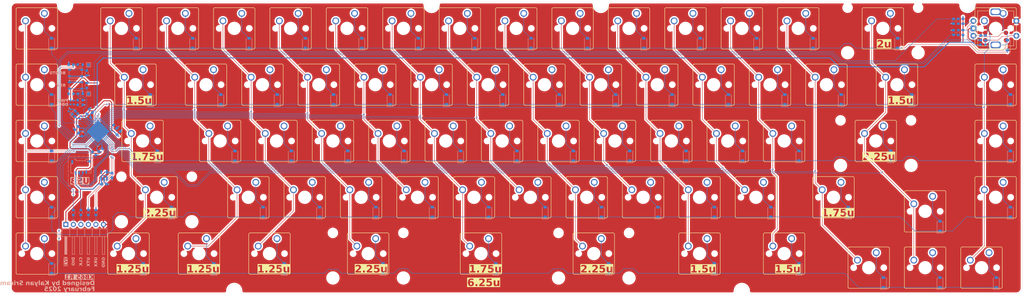
<source format=kicad_pcb>
(kicad_pcb (version 20240108) (generator "pcbnew") (generator_version "8.0")
  (layers (0 "F.Cu" signal) (31 "B.Cu" signal) (34 "B.Paste" user) (35 "F.Paste" user) (36 "B.SilkS" user "B.Silkscreen") (37 "F.SilkS" user "F.Silkscreen") (38 "B.Mask" user) (39 "F.Mask" user) (44 "Edge.Cuts" user))
  (net 0 "")
  (net 1 "/EC11B")
  (net 2 "GND")
  (net 3 "/EC11A")
  (net 4 "+3V3")
  (net 5 "/nRST")
  (net 6 "/XIN")
  (net 7 "/XOUT")
  (net 8 "+5V")
  (net 9 "/ROW0")
  (net 10 "/ROW1")
  (net 11 "/ROW2")
  (net 12 "/ROW3")
  (net 13 "Net-(D5-A)")
  (net 14 "Net-(D6-A)")
  (net 15 "Net-(D7-A)")
  (net 16 "Net-(D8-A)")
  (net 17 "Net-(D9-A)")
  (net 18 "Net-(D10-A)")
  (net 19 "Net-(D11-A)")
  (net 20 "Net-(D12-A)")
  (net 21 "Net-(D13-A)")
  (net 22 "Net-(D14-A)")
  (net 23 "Net-(D15-A)")
  (net 24 "Net-(D16-A)")
  (net 25 "Net-(D17-A)")
  (net 26 "Net-(D18-A)")
  (net 27 "Net-(D19-A)")
  (net 28 "Net-(D20-A)")
  (net 29 "Net-(D21-A)")
  (net 30 "Net-(D22-A)")
  (net 31 "Net-(D23-A)")
  (net 32 "Net-(D24-A)")
  (net 33 "Net-(D25-A)")
  (net 34 "Net-(D26-A)")
  (net 35 "Net-(D27-A)")
  (net 36 "Net-(D28-A)")
  (net 37 "Net-(D29-A)")
  (net 38 "Net-(D30-A)")
  (net 39 "Net-(D31-A)")
  (net 40 "Net-(D32-A)")
  (net 41 "Net-(D33-A)")
  (net 42 "Net-(D34-A)")
  (net 43 "Net-(D35-A)")
  (net 44 "Net-(D36-A)")
  (net 45 "Net-(D37-A)")
  (net 46 "/ROW4")
  (net 47 "Net-(D38-A)")
  (net 48 "Net-(D39-A)")
  (net 49 "Net-(D40-A)")
  (net 50 "Net-(D41-A)")
  (net 51 "Net-(D42-A)")
  (net 52 "Net-(D43-A)")
  (net 53 "Net-(D44-A)")
  (net 54 "Net-(D45-A)")
  (net 55 "Net-(D46-A)")
  (net 56 "Net-(D47-A)")
  (net 57 "Net-(D48-A)")
  (net 58 "Net-(D49-A)")
  (net 59 "Net-(D50-A)")
  (net 60 "Net-(D51-A)")
  (net 61 "Net-(D52-A)")
  (net 62 "Net-(D54-A)")
  (net 63 "/LED")
  (net 65 "Net-(D57-A)")
  (net 66 "Net-(D58-A)")
  (net 67 "Net-(D59-A)")
  (net 69 "Net-(D62-A)")
  (net 70 "Net-(D63-A)")
  (net 71 "Net-(D64-A)")
  (net 72 "Net-(D65-A)")
  (net 73 "Net-(D66-A)")
  (net 74 "Net-(D67-A)")
  (net 75 "Net-(D68-A)")
  (net 76 "Net-(D69-A)")
  (net 77 "Net-(D70-A)")
  (net 78 "Net-(D72-A)")
  (net 79 "Net-(D73-A)")
  (net 80 "/USB_DN")
  (net 81 "/USB_DP")
  (net 82 "/Matrix/SW77")
  (net 83 "/BOOT0")
  (net 84 "/SWITCH")
  (net 85 "/SWDIO")
  (net 86 "/SWCLK")
  (net 87 "/USART2_TX_DEBUG")
  (net 88 "/USART2_RX_DEBUG")
  (net 89 "/COL0")
  (net 90 "/COL2")
  (net 91 "/COL3")
  (net 92 "/COL4")
  (net 93 "/COL5")
  (net 94 "/COL6")
  (net 95 "/COL7")
  (net 96 "/COL8")
  (net 97 "/COL9")
  (net 98 "/COL10")
  (net 99 "/COL11")
  (net 100 "/COL12")
  (net 101 "/COL1")
  (net 102 "/COL13")
  (net 103 "/COL14")
  (net 104 "/COL15")
  (net 105 "Net-(D53-A)")
  (net 106 "Net-(D61-A)")
  (net 107 "Net-(D71-A)")
  (net 108 "Net-(U2-VCAP_1)")
  (net 109 "Net-(D55-A)")
  (net 110 "Net-(D56-A)")
  (net 111 "Net-(D60-A)")
  (net 112 "Net-(J1-Pin_2)")
  (net 113 "Net-(J1-Pin_4)")
  (net 114 "Net-(J1-Pin_3)")
  (net 115 "Net-(J1-Pin_5)")
  (net 116 "/Matrix/S1")
  (net 118 "Net-(D1-A)")
  (net 119 "Net-(D2-A)")
  (net 120 "Net-(D3-A)")
  (net 121 "Net-(D4-A)")
  (net 123 "Net-(D74-K)")
  (net 124 "Net-(D75-K)")
  (net 125 "/Matrix/B")
  (net 126 "Net-(R4-Pad1)")
  (net 127 "Net-(R10-Pad1)")
  (net 128 "/Matrix/A")
  (footprint "PCM_marbastlib-mx:SW_MX_1.5u" (layer "F.Cu") (at 299.4875 28.025)
    (property "Reference" "SW30" (hide yes))
    (property "Value" "SW_Push")
  )
  (footprint "PCM_marbastlib-mx:SW_MX_1.75u" (layer "F.Cu") (at 44.69375 47.075)
    (property "Reference" "SW33" (hide yes))
    (property "Value" "SW_Push")
  )
  (footprint "PCM_marbastlib-mx:SW_MX_1u" (layer "F.Cu") (at 332.825 28.025)
    (property "Reference" "SW31" (hide yes))
    (property "Value" "SW_Push")
  )
  (footprint "PCM_marbastlib-mx:SW_MX_1u" (layer "F.Cu") (at 213.7625 66.125)
    (property "Reference" "SW56" (hide yes))
    (property "Value" "SW_Push")
  )
  (footprint "PCM_marbastlib-mx:SW_MX_1u" (layer "F.Cu") (at 161.375 28.025)
    (property "Reference" "SW23" (hide yes))
    (property "Value" "SW_Push")
  )
  (footprint "PCM_marbastlib-mx:SW_MX_1u" (layer "F.Cu") (at 223.2875 47.075)
    (property "Reference" "SW42" (hide yes))
    (property "Value" "SW_Push")
  )
  (footprint "PCM_marbastlib-mx:SW_MX_1u" (layer "F.Cu") (at 175.6625 66.125)
    (property "Reference" "SW54" (hide yes))
    (property "Value" "SW_Push")
  )
  (footprint "PCM_marbastlib-mx:SW_MX_1.25u" (layer "F.Cu") (at 87.55625 85.175)
    (property "Reference" "SW65" (hide yes))
    (property "Value" "SW_Push")
  )
  (footprint "PCM_marbastlib-mx:SW_MX_1.75u" (layer "F.Cu") (at 278.05625 66.125)
    (property "Reference" "SW59" (hide yes))
    (property "Value" "SW_Push")
  )
  (footprint "PCM_marbastlib-mx:SW_MX_1u" (layer "F.Cu") (at 113.75 8.975)
    (property "Reference" "SW6" (hide yes))
    (property "Value" "SW_Push")
  )
  (footprint "PCM_marbastlib-mx:SW_MX_1u" (layer "F.Cu") (at 332.825 66.125)
    (property "Reference" "SW61" (hide yes))
    (property "Value" "SW_Push")
  )
  (footprint "PCM_marbastlib-mx:SW_MX_1u" (layer "F.Cu") (at 242.3375 47.075)
    (property "Reference" "SW43" (hide yes))
    (property "Value" "SW_Push")
  )
  (footprint "PCM_marbastlib-mx:SW_MX_1u" (layer "F.Cu") (at 49.45625 66.125)
    (property "Reference" "SW48" (hide yes))
    (property "Value" "SW_Push")
  )
  (footprint "PCM_marbastlib-mx:SW_MX_1.5u" (layer "F.Cu") (at 42.3125 28.025)
    (property "Reference" "SW17" (hide yes))
    (property "Value" "SW_Push")
  )
  (footprint "PCM_marbastlib-mx:SW_MX_1u" (layer "F.Cu") (at 289.9625 89.9375)
    (property "Reference" "SW71" (hide yes))
    (property "Value" "SW_Push")
  )
  (footprint "PCM_marbastlib-mx:SW_MX_1u" (layer "F.Cu") (at 89.9375 47.075)
    (property "Reference" "SW35" (hide yes))
    (property "Value" "SW_Push")
  )
  (footprint "PCM_marbastlib-mx:SW_MX_1u" (layer "F.Cu") (at 118.5125 66.125)
    (property "Reference" "SW51" (hide yes))
    (property "Value" "SW_Push")
  )
  (footprint "PCM_marbastlib-mx:SW_MX_1.5u" (layer "F.Cu") (at 232.8125 85.175)
    (property "Reference" "SW69" (hide yes))
    (property "Value" "SW_Push")
  )
  (footprint "PCM_marbastlib-mx:SW_MX_1u" (layer "F.Cu") (at 8.975 47.075)
    (property "Reference" "SW32" (hide yes))
    (property "Value" "SW_Push")
  )
  (footprint "PCM_marbastlib-mx:SW_MX_1.5u" (layer "F.Cu") (at 261.3875 85.175)
    (property "Reference" "SW70" (hide yes))
    (property "Value" "SW_Push")
  )
  (footprint "PCM_marbastlib-mx:SW_MX_1u" (layer "F.Cu") (at 197.09375 85.175)
    (property "Reference" "SW68" (hide yes))
    (property "Value" "SW_Push")
  )
  (footprint "PCM_marbastlib-mx:SW_MX_1u" (layer "F.Cu") (at 328.0625 89.9375)
    (property "Reference" "SW73" (hide yes))
    (property "Value" "SW_Push")
  )
  (footprint "PCM_marbastlib-mx:SW_MX_1u" (layer "F.Cu") (at 189.95 8.975)
    (property "Reference" "SW10" (hide yes))
    (property "Value" "SW_Push")
  )
  (footprint "PCM_marbastlib-various:ROT_Alps_EC11E-Switch" (layer "F.Cu") (at 332.825 8.975 -90)
    (property "Reference" "SW76" (hide yes))
    (property "Value" "RotaryEncoder_Switch")
  )
  (footprint "PCM_marbastlib-mx:STAB_MX_2u" (layer "F.Cu") (at 197.09375 85.175)
    (property "Reference" "REF**" (hide yes))
    (property "Value" "STAB_MX_2u" (hide yes))
  )
  (footprint "PCM_marbastlib-mx:SW_MX_1u" (layer "F.Cu") (at 94.7 8.975)
    (property "Reference" "SW5" (hide yes))
    (property "Value" "SW_Push")
  )
  (footprint "PCM_marbastlib-mx:SW_MX_1u" (layer "F.Cu") (at 261.3875 47.075)
    (property "Reference" "SW44" (hide yes))
    (property "Value" "SW_Push")
  )
  (footprint "PCM_marbastlib-mx:SW_MX_1u" (layer "F.Cu") (at 199.475 28.025)
    (property "Reference" "SW25" (hide yes))
    (property "Value" "SW_Push")
  )
  (footprint "PCM_marbastlib-mx:SW_MX_1u" (layer "F.Cu") (at 218.525 28.025)
    (property "Reference" "SW26" (hide yes))
    (property "Value" "SW_Push")
  )
  (footprint "PCM_marbastlib-mx:STAB_MX_2u" (layer "F.Cu") (at 294.73125 8.96)
    (property "Reference" "REF**" (hide yes))
    (property "Value" "STAB_MX_2u" (hide yes))
  )
  (footprint "PCM_marbastlib-mx:SW_MX_1u" (layer "F.Cu") (at 228.05 8.975)
    (property "Reference" "SW12" (hide yes))
    (property "Value" "SW_Push")
  )
  (footprint "PCM_marbastlib-mx:SW_MX_1u" (layer "F.Cu") (at 137.5625 66.125)
    (property "Reference" "SW52" (hide yes))
    (property "Value" "SW_Push")
  )
  (footprint "PCM_marbastlib-mx:SW_MX_1.75u" (layer "F.Cu") (at 158.99375 85.175)
    (property "Reference" "SW67" (hide yes))
    (property "Value" "SW_Push")
  )
  (footprint "PCM_marbastlib-mx:SW_MX_1.25u" (layer "F.Cu") (at 39.93125 85.175)
    (property "Reference" "SW63" (hide yes))
    (property "Value" "SW_Push")
  )
  (footprint "PCM_marbastlib-mx:SW_MX_1u" (layer "F.Cu") (at 147.0875 47.075)
    (property "Reference" "SW38" (hide yes))
    (property "Value" "SW_Push")
  )
  (footprint "PCM_marbastlib-mx:SW_MX_1u" (layer "F.Cu") (at 166.1375 47.075)
    (property "Reference" "SW39" (hide yes))
    (property "Value" "SW_Push")
  )
  (footprint "PCM_marbastlib-mx:SW_MX_1u" (layer "F.Cu") (at 204.2375 47.075)
    (property "Reference" "SW41" (hide yes))
    (property "Value" "SW_Push")
  )
  (footprint "PCM_marbastlib-mx:SW_MX_1u" (layer "F.Cu") (at 8.975 66.125)
    (property "Reference" "SW47" (hide yes))
    (property "Value" "SW_Push")
  )
  (footprint "PCM_marbastlib-mx:SW_MX_1u" (layer "F.Cu") (at 8.975 8.975)
    (property "Reference" "SW1" (hide yes))
    (property "Value" "SW_Push")
  )
  (footprint "PCM_marbastlib-mx:SW_MX_1u" (layer "F.Cu") (at 8.975 28.025)
    (property "Reference" "SW16" (hide yes))
    (property "Value" "SW_Push")
  )
  (footprint "PCM_marbastlib-mx:SW_MX_1u" (layer "F.Cu") (at 232.8125 66.125)
    (property "Reference" "SW57" (hide yes))
    (property "Value" "SW_Push")
  )
  (footprint "PCM_marbastlib-mx:SW_MX_1u" (layer "F.Cu") (at 75.65 8.975)
    (property "Reference" "SW4" (hide yes))
    (property "Value" "SW_Push")
  )
  (footprint "PCM_marbastlib-mx:SW_MX_1u" (layer "F.Cu") (at 104.225 28.025)
    (property "Reference" "SW20" (hide yes))
    (property "Value" "SW_Push")
  )
  (footprint "PCM_marbastlib-mx:STAB_MX_2u" (layer "F.Cu") (at 120.88125 85.16)
    (property "Reference" "REF**" (hide yes))
    (property "Value" "STAB_MX_2u" (hide yes))
  )
  (footprint "PCM_marbastlib-mx:STAB_MX_2u" (layer "F.Cu") (at 292.34375 47.085)
    (property "Reference" "REF**" (hide yes))
    (property "Value" "STAB_MX_2u" (hide yes))
  )
  (footprint "PCM_marbastlib-mx:SW_MX_1u" (layer "F.Cu") (at 180.425 28.025)
    (property "Reference" "SW24" (hide yes))
    (property "Value" "SW_Push")
  )
  (footprint "PCM_marbastlib-mx:SW_MX_1.25u" (layer "F.Cu") (at 63.74375 85.175)
    (property "Reference" "SW64" (hide yes))
    (property "Value" "SW_Push")
  )
  (footprint "PCM_marbastlib-mx:STAB_MX_2u" (layer "F.Cu") (at 49.44375 66.135)
    (property "Reference" "REF**" (hide yes))
    (property "Value" "STAB_MX_2u" (hide yes))
  )
  (footprint "PCM_marbastlib-mx:SW_MX_1u" (layer "F.Cu") (at 123.275 28.025)
    (property "Reference" "SW21" (hide yes))
    (property "Value" "SW_Push")
  )
  (footprint "PCM_marbastlib-various:ROT_SKYLOONG_HS-Switch" (layer "F.Cu") (at 332.825 8.975)
    (property "Reference" "SW78" (hide yes))
    (property "Value" "ROT_SKYLOONG_HS")
  )
  (footprint "PCM_marbastlib-mx:SW_MX_1u" (layer "F.Cu") (at 237.575 28.025)
    (property "Reference" "SW27" (hide yes))
    (property "Value" "SW_Push")
  )
  (footprint "PCM_marbastlib-mx:SW_MX_1u" (layer "F.Cu") (at 275.675 28.025)
    (property "Reference" "SW29" (hide yes))
    (property "Value" "SW_Push")
  )
  (footprint "PCM_marbastlib-mx:SW_MX_1u" (layer "F.Cu") (at 37.55 8.975)
    (property "Reference" "SW2" (hide yes))
    (property "Value" "SW_Push")
  )
  (footprint "PCM_marbastlib-mx:SW_MX_1u" (layer "F.Cu") (at 256.625 28.025)
    (property "Reference" "SW28" (hide yes))
    (property "Value" "SW_Push")
  )
  (footprint "PCM_marbastlib-mx:SW_MX_1u" (layer "F.Cu") (at 332.825 8.975)
    (property "Reference" "SW77" (hide yes))
    (property "Value" "SW_Push")
  )
  (footprint "PCM_marbastlib-mx:SW_MX_1u" (layer "F.Cu") (at 85.175 28.025)
    (property "Reference" "SW19" (hide yes))
    (property "Value" "SW_Push")
  )
  (footprint "PCM_marbastlib-mx:SW_MX_1u" (layer "F.Cu") (at 151.85 8.975)
    (property "Reference" "SW8" (hide yes))
    (property "Value" "SW_Push")
  )
  (footprint "PCM_marbastlib-mx:SW_MX_1u" (layer "F.Cu") (at 170.9 8.975)
    (property "Reference" "SW9" (hide yes))
    (property "Value" "SW_Push")
  )
  (footprint "PCM_marbastlib-mx:SW_MX_1u" (layer "F.Cu") (at 309.0125 89.9375)
    (property "Reference" "SW72" (hide yes))
    (property "Value" "SW_Push")
  )
  (footprint "PCM_marbastlib-mx:SW_MX_1u" (layer "F.Cu") (at 309.0125 70.875)
    (property "Reference" "SW60" (hide yes))
    (property "Value" "SW_Push")
  )
  (footprint "PCM_marbastlib-mx:SW_MX_1u" (layer "F.Cu") (at 132.8 8.975)
    (property "Reference" "SW7" (hide yes))
    (property "Value" "SW_Push")
  )
  (footprint "PCM_marbastlib-mx:SW_MX_1u" (layer "F.Cu") (at 66.125 28.025)
    (property "Reference" "SW18" (hide yes))
    (property "Value" "SW_Push")
  )
  (footprint "PCM_marbastlib-mx:SW_MX_1u" (layer "F.Cu") (at 8.975 85.175)
    (property "Reference" "SW62" (hide yes))
    (property "Value" "SW_Push")
  )
  (footprint "PCM_marbastlib-mx:SW_MX_1u" (layer "F.Cu") (at 56.6 8.975)
    (property "Reference" "SW3" (hide yes))
    (property "Value" "SW_Push")
  )
  (footprint "PCM_marbastlib-mx:SW_MX_1u" (layer "F.Cu") (at 70.8875 47.075)
    (property "Reference" "SW34" (hide yes))
    (property "Value" "SW_Push")
  )
  (footprint "PCM_marbastlib-mx:SW_MX_1u" (layer "F.Cu") (at 156.6125 66.125)
    (property "Reference" "SW53" (hide yes))
    (property "Value" "SW_Push")
  )
  (footprint "PCM_marbastlib-mx:SW_MX_1u" (layer "F.Cu") (at 251.8625 66.125)
    (property "Reference" "SW58" (hide yes))
    (property "Value" "SW_Push")
  )
  (footprint "PCM_marbastlib-mx:SW_MX_1u" (layer "F.Cu") (at 185.1875 47.075)
    (property "Reference" "SW40" (hide yes))
    (property "Value" "SW_Push")
  )
  (footprint "PCM_marbastlib-mx:SW_MX_1u" (layer "F.Cu") (at 99.4625 66.125)
    (property "Reference" "SW50" (hide yes))
    (property "Value" "SW_Push")
  )
  (footprint "PCM_marbastlib-mx:SW_MX_1u" (layer "F.Cu") (at 194.7125 66.125)
    (property "Reference" "SW55" (hide yes))
    (property "Value" "SW_Push")
  )
  (footprint "PCM_marbastlib-mx:SW_MX_1u" (layer "F.Cu") (at 120.89375 85.175)
    (property "Reference" "SW66" (hide yes))
    (property "Value" "SW_Push")
  )
  (footprint "PCM_marbastlib-mx:SW_MX_1u" (layer "F.Cu") (at 332.825 47.075)
    (property "Reference" "SW46" (hide yes))
    (property "Value" "SW_Push")
  )
  (footprint "PCM_marbastlib-mx:SW_MX_1u" (layer "F.Cu") (at 80.4125 66.125)
    (property "Reference" "SW49" (hide yes))
    (property "Value" "SW_Push")
  )
  (footprint "PCM_marbastlib-mx:SW_MX_1u" (layer "F.Cu") (at 294.725 8.975)
    (property "Reference" "SW15" (hide yes))
    (property "Value" "SW_Push")
  )
  (footprint "PCM_marbastlib-mx:SW_MX_1u" (layer "F.Cu") (at 266.15 8.975)
    (property "Reference" "SW14" (hide yes))
    (property "Value" "SW_Push")
  )
  (footprint "PCM_marbastlib-mx:SW_MX_1u" (layer "F.Cu") (at 209 8.975)
    (property "Reference" "SW11" (hide yes))
    (property "Value" "SW_Push")
  )
  (footprint "PCM_marbastlib-mx:SW_MX_1u" (layer "F.Cu") (at 292.34375 47.075)
    (property "Reference" "SW45" (hide yes))
    (property "Value" "SW_Push")
  )
  (footprint "PCM_marbastlib-mx:SW_MX_1u" (layer "F.Cu") (at 142.325 28.025)
    (property "Reference" "SW22" (hide yes))
    (property "Value" "SW_Push")
  )
  (footprint "PCM_marbastlib-mx:SW_MX_1u" (layer "F.Cu") (at 108.9875 47.075)
    (property "Reference" "SW36" (hide yes))
    (property "Value" "SW_Push")
  )
  (footprint "PCM_marbastlib-mx:SW_MX_1u" (layer "F.Cu") (at 247.1 8.975)
    (property "Reference" "SW13" (hide yes))
    (property "Value" "SW_Push")
  )
  (footprint "PCM_marbastlib-mx:SW_MX_1u" (layer "F.Cu") (at 128.0375 47.075)
    (property "Reference" "SW37" (hide yes))
    (property "Value" "SW_Push")
  )
  (footprint "Diode_SMD:D_SOD-123" (layer "B.Cu") (at 261.625 33.025 90)
    (property "Reference" "D28" (hide yes))
    (property "Value" "D")
  )
  (footprint "Connector_PinHeader_2.54mm:PinHeader_1x06_P2.54mm_Horizontal" (layer "B.Cu") (at 18.775 75.325 -90)
    (property "Reference" "J1" (hide yes))
    (property "Value" "Debug")
  )
  (footprint "Capacitor_SMD:C_0603_1608Metric" (layer "B.Cu") (at 27.2 36.9 135)
    (property "Reference" "C7" (hide yes))
    (property "Value" "1u")
  )
  (footprint "Diode_SMD:D_SOD-123" (layer "B.Cu") (at 13.975 13.975 90)
    (property "Reference" "D1" (hide yes))
    (property "Value" "D")
  )
  (footprint "Resistor_SMD:R_0603_1608Metric" (layer "B.Cu") (at 25.85 28.275 -90)
    (property "Reference" "R9" (hide yes))
    (property "Value" "10K")
  )
  (footprint "Connector_Molex:Molex_Pico-EZmate_78171-0004_1x04-1MP_P1.20mm_Vertical" (layer "B.Cu") (at 23.875 55.875)
    (property "Reference" "J2" (hide yes))
    (property "Value" "78171-0004")
  )
  (footprint "Diode_SMD:D_SOD-123" (layer "B.Cu") (at 202.09375 90.175 90)
    (property "Reference" "D68" (hide yes))
    (property "Value" "D")
  )
  (footprint "TestPoint:TestPoint_Pad_1.0x1.0mm" (layer "B.Cu") (at 26.45 31.15 180)
    (property "Reference" "TP1" (hide yes))
    (property "Value" "TestPoint")
  )
  (footprint "Capacitor_SMD:C_0603_1608Metric" (layer "B.Cu") (at 327.8 12.175 -90)
    (property "Reference" "C16" (hide yes))
    (property "Value" "10n")
  )
  (footprint "Capacitor_SMD:C_0603_1608Metric" (layer "B.Cu") (at 23.598008 44.948008 -45)
    (property "Reference" "C5" (hide yes))
    (property "Value" "0u1")
  )
  (footprint "Diode_SMD:D_SOD-123" (layer "B.Cu") (at 137.8 13.975 90)
    (property "Reference" "D7" (hide yes))
    (property "Value" "D")
  )
  (footprint "Diode_SMD:D_SOD-123" (layer "B.Cu") (at 199.7125 71.125 90)
    (property "Reference" "D55" (hide yes))
    (property "Value" "D")
  )
  (footprint "Diode_SMD:D_SOD-123" (layer "B.Cu") (at 85.4125 71.125 90)
    (property "Reference" "D49" (hide yes))
    (property "Value" "D")
  )
  (footprint "Diode_SMD:D_SOD-123" (layer "B.Cu") (at 218.7625 71.125 90)
    (property "Reference" "D56" (hide yes))
    (property "Value" "D")
  )
  (footprint "Diode_SMD:D_SOD-123" (layer "B.Cu") (at 247.3375 52.075 90)
    (property "Reference" "D43" (hide yes))
    (property "Value" "D")
  )
  (footprint "Resistor_SMD:R_0603_1608Metric" (layer "B.Cu") (at 328.575 14.525)
    (property "Reference" "R14" (hide yes))
    (property "Value" "10K")
  )
  (footprint "Diode_SMD:D_SOD-123" (layer "B.Cu") (at 333.0625 94.9375 90)
    (property "Reference" "D73" (hide yes))
    (property "Value" "D")
  )
  (footprint "Diode_SMD:D_SOD-123" (layer "B.Cu") (at 99.7 13.975 90)
    (property "Reference" "D5" (hide yes))
    (property "Value" "D")
  )
  (footprint "LED_SMD:LED_0402_1005Metric" (layer "B.Cu") (at 20.89 34.70599 180)
    (property "Reference" "D75" (hide yes))
    (property "Value" "BLUE")
  )
  (footprint "Capacitor_SMD:C_0603_1608Metric" (layer "B.Cu") (at 318.6 6.575 -90)
    (property "Reference" "C14" (hide yes))
    (property "Value" "10n")
  )
  (footprint "Diode_SMD:D_SOD-123" (layer "B.Cu") (at 185.425 33.025 90)
    (property "Reference" "D24" (hide yes))
    (property "Value" "D")
  )
  (footprint "Diode_SMD:D_SOD-123" (layer "B.Cu") (at 75.8875 52.075 90)
    (property "Reference" "D34" (hide yes))
    (property "Value" "D")
  )
  (footprint "Capacitor_SMD:C_0603_1608Metric" (layer "B.Cu") (at 28.3 51.3 -45)
    (property "Reference" "C4" (hide yes))
    (property "Value" "4u7")
  )
  (footprint "Diode_SMD:D_SOD-123" (layer "B.Cu") (at 133.0375 52.075 90)
    (property "Reference" "D37" (hide yes))
    (property "Value" "D")
  )
  (footprint "Diode_SMD:D_SOD-123" (layer "B.Cu") (at 304.4875 33.025 90)
    (property "Reference" "D30" (hide yes))
    (property "Value" "D")
  )
  (footprint "Diode_SMD:D_SOD-123" (layer "B.Cu") (at 171.1375 52.075 90)
    (property "Reference" "D39" (hide yes))
    (property "Value" "D")
  )
  (footprint "Diode_SMD:D_SOD-123" (layer "B.Cu") (at 49.69375 52.075 90)
    (property "Reference" "D33" (hide yes))
    (property "Value" "D")
  )
  (footprint "Diode_SMD:D_SOD-123" (layer "B.Cu") (at 147.325 33.025 90)
    (property "Reference" "D22" (hide yes))
    (property "Value" "D")
  )
  (footprint "Resistor_SMD:R_0603_1608Metric" (layer "B.Cu") (at 25.85 24.075 90)
    (property "Reference" "R11" (hide yes))
    (property "Value" "10K")
  )
  (footprint "Diode_SMD:D_SOD-123" (layer "B.Cu") (at 256.8625 71.125 90)
    (property "Reference" "D58" (hide yes))
    (property "Value" "D")
  )
  (footprint "Diode_SMD:D_SOD-123" (layer "B.Cu") (at 152.0875 52.075 90)
    (property "Reference" "D38" (hide yes))
    (property "Value" "D")
  )
  (footprint "Capacitor_SMD:C_0603_1608Metric" (layer "B.Cu") (at 36.6 44.4 45)
    (property "Reference" "C2" (hide yes))
    (property "Value" "0u1")
  )
  (footprint "TestPoint:TestPoint_Pad_1.0x1.0mm" (layer "B.Cu") (at 26.45 21.3 180)
    (property "Reference" "TP2" (hide yes))
    (property "Value" "TestPoint")
  )
  (footprint "Diode_SMD:D_SOD-123" (layer "B.Cu") (at 13.975 52.075 90)
    (property "Reference" "D32" (hide yes))
    (property "Value" "D")
  )
  (footprint "Diode_SMD:D_SOD-123" (layer "B.Cu") (at 71.125 33.025 90)
    (property "Reference" "D18" (hide yes))
    (property "Value" "D")
  )
  (footprint "Diode_SMD:D_SOD-123" (layer "B.Cu") (at 194.95 13.975 90)
    (property "Reference" "D10" (hide yes))
    (property "Value" "D")
  )
  (footprint "Diode_SMD:D_SOD-123" (layer "B.Cu") (at 190.1875 52.075 90)
    (property "Reference" "D40" (hide yes))
    (property "Value" "D")
  )
  (footprint "Diode_SMD:D_SOD-123" (layer "B.Cu") (at 92.55625 90.175 90)
    (property "Reference" "D65" (hide yes))
    (property "Value" "D")
  )
  (footprint "Diode_SMD:D_SOD-123" (layer "B.Cu") (at 237.8125 90.175 90)
    (property "Reference" "D69" (hide yes))
    (property "Value" "D")
  )
  (footprint "Diode_SMD:D_SOD-123" (layer "B.Cu") (at 271.15 13.975 90)
    (property "Reference" "D14" (hide yes))
    (property "Value" "D")
  )
  (footprint "Diode_SMD:D_SOD-123" (layer "B.Cu") (at 337.825 52.075 90)
    (property "Reference" "D46" (hide yes))
    (property "Value" "D")
  )
  (footprint "Diode_SMD:D_SOD-123" (layer "B.Cu") (at 266.3875 90.175 90)
    (property "Reference" "D70" (hide yes))
    (property "Value" "D")
  )
  (footprint "Diode_SMD:D_SOD-123" (layer "B.Cu") (at 68.74375 90.175 90)
    (property "Reference" "D64" (hide yes))
    (property "Value" "D")
  )
  (footprint "Diode_SMD:D_SOD-123" (layer "B.Cu") (at 209.2375 52.075 90)
    (property "Reference" "D41" (hide yes))
    (property "Value" "D")
  )
  (footprint "Capacitor_SMD:C_0603_1608Metric" (layer "B.Cu") (at 20.525 21.25 180)
    (property "Reference" "C17" (hide yes))
    (property "Value" "0u1")
  )
  (footprint "Diode_SMD:D_SOD-123" (layer "B.Cu") (at 223.525 33.025 90)
    (property "Reference" "D26" (hide yes))
    (property "Value" "D")
  )
  (footprint "Resistor_SMD:R_0603_1608Metric" (layer "B.Cu") (at 23.855 71.275 -90)
    (property "Reference" "R6" (hide yes))
    (property "Value" "100")
  )
  (footprint "Diode_SMD:D_SOD-123" (layer "B.Cu") (at 294.9625 94.9375 90)
    (property "Reference" "D71" (hide yes))
    (property "Value" "D")
  )
  (footprint "Diode_SMD:D_SOD-123" (layer "B.Cu") (at 61.6 13.975 90)
    (property "Reference" "D3" (hide yes))
    (property "Value" "D")
  )
  (footprint "Diode_SMD:D_SOD-123" (layer "B.Cu") (at 337.825 33.025 90)
    (property "Reference" "D31" (hide yes))
    (property "Value" "D")
  )
  (footprint "Capacitor_SMD:C_0603_1608Metric" (layer "B.Cu") (at 26.551992 38.551992 135)
    (property "Reference" "C6" (hide yes))
    (property "Value" "0u1")
  )
  (footprint "Diode_SMD:D_SOD-123" (layer "B.Cu") (at 163.99375 90.175 90)
    (property "Reference" "D67" (hide yes))
    (property "Value" "D")
  )
  (footprint "Diode_SMD:D_SOD-123" (layer "B.Cu") (at 166.375 33.025 90)
    (property "Reference" "D23" (hide yes))
    (property "Value" "D")
  )
  (footprint "Diode_SMD:D_SOD-123" (layer "B.Cu") (at 175.9 13.975 90)
    (property "Reference" "D9" (hide yes))
    (property "Value" "D")
  )
  (footprint "Diode_SMD:D_SOD-123" (layer "B.Cu") (at 94.9375 52.075 90)
    (property "Reference" "D35" (hide yes))
    (property "Value" "D")
  )
  (footprint "Diode_SMD:D_SOD-123" (layer "B.Cu") (at 314.025 75.875 90)
    (property "Reference" "D60" (hide yes))
    (property "Value" "D")
  )
  (footprint "Crystal:Crystal_SMD_2016-4Pin_2.0x1.6mm" (layer "B.Cu") (at 21.881426 37.888207 45)
    (property "Reference" "Y1" (hide yes))
    (property "Value" "XRCGB16M000FXN20R0")
  )
  (footprint "Diode_SMD:D_SOD-123" (layer "B.Cu") (at 161.6125 71.125 90)
    (property "Reference" "D53" (hide yes))
    (property "Value" "D")
  )
  (footprint "Diode_SMD:D_SOD-123" (layer "B.Cu") (at 128.275 33.025 90)
    (property "Reference" "D21" (hide yes))
    (property "Value" "D")
  )
  (footprint "Diode_SMD:D_SOD-123" (layer "B.Cu") (at 299.725 13.975 90)
    (property "Reference" "D15" (hide yes))
    (property "Value" "D")
  )
  (footprint "Diode_SMD:D_SOD-123" (layer "B.Cu") (at 297.34375 52.075 90)
    (property "Reference" "D45" (hide yes))
    (property "Value" "D")
  )
  (footprint "Resistor_SMD:R_0603_1608Metric" (layer "B.Cu") (at 26.395 71.275 -90)
    (property "Reference" "R7" (hide yes))
    (property "Value" "100")
  )
  (footprint "Diode_SMD:D_SOD-123" (layer "B.Cu") (at 90.175 33.025 90)
    (property "Reference" "D19" (hide yes))
    (property "Value" "D")
  )
  (footprint "Diode_SMD:D_SOD-123" (layer "B.Cu") (at 180.6625 71.125 90)
    (property "Reference" "D54" (hide yes))
    (property "Value" "D")
  )
  (footprint "Diode_SMD:D_SOD-123" (layer "B.Cu") (at 13.975 90.175 90)
    (property "Reference" "D62" (hide yes))
    (property "Value" "D")
  )
  (footprint "Diode_SMD:D_SOD-123" (layer "B.Cu") (at 280.675 33.025 90)
    (property "Reference" "D29" (hide yes))
    (property "Value" "D")
  )
  (footprint "Diode_SMD:D_SOD-123" (layer "B.Cu") (at 54.45625 71.125 90)
    (property "Reference" "D48" (hide yes))
    (property "Value" "D")
  )
  (footprint "Diode_SMD:D_SOD-123" (layer "B.Cu") (at 104.4625 71.125 90)
    (property "Reference" "D50" (hide yes))
    (property "Value" "D")
  )
  (footprint "Resistor_SMD:R_0603_1608Metric" (layer "B.Cu") (at 21.315 71.275 -90)
    (property "Reference" "R5" (hide yes))
    (property "Value" "100")
  )
  (footprint "Capacitor_SMD:C_0603_1608Metric" (layer "B.Cu") (at 22.4 42.7 -135)
    (property "Reference" "C1" (hide yes))
    (property "Value" "0u1")
  )
  (footprint "Diode_SMD:D_SOD-123" (layer "B.Cu") (at 283.05625 71.125 90)
    (property "Reference" "D59" (hide yes))
    (property "Value" "D")
  )
  (footprint "Diode_SMD:D_SOD-123" (layer "B.Cu") (at 80.65 13.975 90)
    (property "Reference" "D4" (hide yes))
    (property "Value" "D")
  )
  (footprint "Capacitor_SMD:C_0603_1608Metric" (layer "B.Cu") (at 30.5 50.15 45)
    (property "Reference" "C3" (hide yes))
    (property "Value" "0u1")
  )
  (footprint "Resistor_SMD:R_0603_1608Metric" (layer "B.Cu") (at 321.8 6.575 -90)
    (property "Reference" "R13" (hide yes))
    (property "Value" "10K")
  )
  (footprint "Button_Switch_SMD:SW_SPST_PTS810" (layer "B.Cu") (at 22.075 24.075 180)
    (property "Reference" "SW75" (hide yes))
    (property "Value" "SW_Push")
  )
  (footprint "Diode_SMD:D_SOD-123" (layer "B.Cu") (at 156.85 13.975 90)
    (property "Reference" "D8" (hide yes))
    (property "Value" "D")
  )
  (footprint "Diode_SMD:D_SOD-123" (layer "B.Cu") (at 266.3875 52.075 90)
    (property "Reference" "D44" (hide yes))
    (property "Value" "D")
  )
  (footprint "Diode_SMD:D_SOD-123" (layer "B.Cu") (at 142.5625 71.125 90)
    (property "Reference" "D52" (hide yes))
    (property "Value" "D")
  )
  (footprint "Diode_SMD:D_SOD-123" (layer "B.Cu") (at 233.05 13.975 90)
    (property "Reference" "D12" (hide yes))
    (property "Value" "D")
  )
  (footprint "Capacitor_SMD:C_0402_1005Metric" (layer "B.Cu") (at 20.035589 36.714411 45)
    (property "Reference" "C11" (hide yes))
    (property "Value" "6p")
  )
  (footprint "Diode_SMD:D_SOD-123" (layer "B.Cu") (at 118.75 13.975 90)
    (property "Reference" "D6" (hide yes))
    (property "Value" "D")
  )
  (footprint "Capacitor_SMD:C_0603_1608Metric" (layer "B.Cu") (at 31.6875 61.6625)
    (property "Reference" "C9" (hide yes))
    (property "Value" "0u1")
  )
  (footprint "Capacitor_SMD:C_0402_1005Metric" (layer "B.Cu") (at 23.696178 39.053822 -135)
    (property "Reference" "C12" (hide yes))
    (property "Value" "6p")
  )
  (footprint "Diode_SMD:D_SOD-123" (layer "B.Cu") (at 125.89375 90.175 90)
    (property "Reference" "D66" (hide yes))
    (property "Value" "D")
  )
  (footprint "Resistor_SMD:R_0603_1608Metric" (layer "B.Cu") (at 320.2 6.575 90)
    (property "Reference" "R15" (hide yes))
    (property "Value" "10K")
  )
  (footprint "Resistor_SMD:R_0603_1608Metric" (layer "B.Cu") (at 329.4 12.175 -90)
    (property "Reference" "R3" (hide yes))
    (property "Value" "10K")
  )
  (footprint "Resistor_SMD:R_0603_1608Metric" (layer "B.Cu") (at 20.525 31.1)
    (property "Reference" "R4" (hide yes))
    (property "Value" "10K")
  )
  (footprint "Diode_SMD:D_SOD-123" (layer "B.Cu") (at 252.1 13.975 90)
    (property "Reference" "D13" (hide yes))
    (property "Value" "D")
  )
  (footprint "Diode_SMD:D_SOD-123" (layer "B.Cu") (at 228.2875 52.075 90)
    (property "Reference" "D42" (hide yes))
    (property "Value" "D")
  )
  (footprint "Diode_SMD:D_SOD-123" (layer "B.Cu") (at 242.575 33.025 90)
    (property "Reference" "D27" (hide yes))
    (property "Value" "D")
  )
  (footprint "Diode_SMD:D_SOD-123" (layer "B.Cu") (at 337.825 71.125 90)
    (property "Reference" "D61" (hide yes))
    (property "Value" "D")
  )
  (footprint "Diode_SMD:D_SOD-123" (layer "B.Cu") (at 44.93125 90.175 90)
    (property "Reference" "D63" (hide yes))
    (property "Value" "D")
  )
  (footprint "Resistor_SMD:R_0603_1608Metric" (layer "B.Cu") (at 23.625 33.24401)
    (property "Reference" "R1" (hide yes))
    (property "Value" "1K5")
  )
  (footprint "Diode_SMD:D_SOD-123" (layer "B.Cu") (at 237.8125 71.125 90)
    (property "Reference" "D57" (hide yes))
    (property "Value" "D")
  )
  (footprint "Resistor_SMD:R_0603_1608Metric" (layer "B.Cu") (at 23.625 21.25 180)
    (property "Reference" "R10" (hide yes))
    (property "Value" "10K")
  )
  (footprint "Capacitor_SMD:C_0603_1608Metric" (layer "B.Cu") (at 35.451992 42.2 -45)
    (property "Reference" "C10" (hide yes))
    (property "Value" "2u2")
  )
  (footprint "Resistor_SMD:R_0603_1608Metric" (layer "B.Cu") (at 23.625 34.85)
    (property "Reference" "R2" (hide yes))
    (property "Value" "1K5")
  )
  (footprint "Button_Switch_SMD:SW_SPST_PTS810" (layer "B.Cu") (at 22.075 28.275 180)
    (property "Reference" "SW74" (hide yes))
    (property "Value" "SW_Push")
  )
  (footprint "Resistor_SMD:R_0603_1608Metric" (layer "B.Cu") (at 28.935 71.275 -90)
    (property "Reference" "R8" (hide yes))
    (property "Value" "100")
  )
  (footprint "Resistor_SMD:R_0603_1608Metric" (layer "B.Cu") (at 320.2 10.375001 -90)
    (property "Reference" "R16" (hide yes))
    (property "Value" "10K")
  )
  (footprint "Diode_SMD:D_SOD-123" (layer "B.Cu") (at 314.0125 94.9375 90)
    (property "Reference" "D72" (hide yes))
    (property "Value" "D")
  )
  (footprint "Diode_SMD:D_SOD-123" (layer "B.Cu") (at 47.3125 33.025 90)
    (property "Reference" "D17" (hide yes))
    (property "Value" "D")
  )
  (footprint "Capacitor_SMD:C_0603_1608Metric" (layer "B.Cu") (at 23.675 31.1)
    (property "Reference" "C13" (hide yes))
    (property "Value" "0u1")
  )
  (footprint "LED_SMD:LED_0402_1005Metric" (layer "B.Cu") (at 20.88 33.385 180)
    (property "Reference" "D74" (hide yes))
    (property "Value" "GREEN")
  )
  (footprint "Diode_SMD:D_SOD-123" (layer "B.Cu") (at 123.5125 71.125 90)
    (property "Reference" "D51" (hide yes))
    (property "Value" "D")
  )
  (footprint "Diode_SMD:D_SOD-123" (layer "B.Cu") (at 13.975 71.125 90)
    (property "Reference" "D47" (hide yes))
    (property "Value" "D")
  )
  (footprint "Capacitor_SMD:C_0603_1608Metric" (layer "B.Cu") (at 34.375 58.7 -90)
    (property "Reference" "C8" (hide yes))
    (property "Value" "0u1")
  )
  (footprint "Diode_SMD:D_SOD-123" (layer "B.Cu") (at 336.8 14.6 90)
    (property "Reference" "D76" (hide yes))
    (property "Value" "D")
  )
  (footprint "Diode_SMD:D_SOD-123" (layer "B.Cu") (at 214 13.975 90)
    (property "Reference" "D11" (hide yes))
    (property "Value" "D")
  )
  (footprint "Diode_SMD:D_SOD-123" (layer "B.Cu") (at 204.475 33.025 90)
    (property "Reference" "D25" (hide yes))
    (property "Value" "D")
  )
  (footprint "Diode_SMD:D_SOD-123" (layer "B.Cu") (at 42.55 13.975 90)
    (property "Reference" "D2" (hide yes))
    (property "Value" "D")
  )
  (footprint "Resistor_SMD:R_0603_1608Metric" (layer "B.Cu") (at 321.8 10.375 90)
    (property "Reference" "R12" (hide yes))
    (property "Value" "10K")
  )
  (footprint "Package_DFN_QFN:QFN-48-1EP_7x7mm_P0.5mm_EP5.6x5.6mm" (layer "B.Cu") (at 29.635051 43.875 -45)
    (property "Reference" "U2" (hide yes))
    (property "Value" "STM32F412CEUx")
  )
  (footprint "Diode_SMD:D_SOD-123" (layer "B.Cu") (at 109.225 33.025 90)
    (property "Reference" "D20" (hide yes))
    (property "Value" "D")
  )
  (footprint "Diode_SMD:D_SOD-123" (layer "B.Cu") (at 13.975 33.025 90)
    (property "Reference" "D16" (hide yes))
    (property "Value" "D")
  )
  (footprint "Diode_SMD:D_SOD-123" (layer "B.Cu") (at 113.9875 52.075 90)
    (property "Reference" "D36" (hide yes))
    (property "Value" "D")
  )
  (footprint "Package_TO_SOT_SMD:SOT-23-5" (layer "B.Cu") (at 31.675 58.7 90)
    (property "Reference" "U1" (hide yes))
    (property "Value" "TLV71333PDQN")
  )
  (footprint "Capacitor_SMD:C_0603_1608Metric" (layer "B.Cu") (at 318.6 10.375001 90)
    (property "Reference" "C15" (hide yes))
    (property "Value" "10n")
  )
  (gr_rect (start 19.625 52.275) (end 28.125 62.275) (stroke (width 0.1) (type dash)) (fill none) (layer "B.SilkS"))
  (gr_line (start 0.025 96.8) (end 0.025 2.05) (stroke (width 0.05)) (layer "Edge.Cuts"))
  (gr_arc (start 325.55 1.05) (mid 323.3 3.3) (end 321.05 1.05) (stroke (width 0.05)) (layer "Edge.Cuts"))
  (gr_arc (start 144.575 1.05) (mid 142.325 3.3) (end 140.075 1.05) (stroke (width 0.05)) (layer "Edge.Cuts"))
  (gr_line (start 202.725 0.05) (end 320.05 0.05) (stroke (width 0.05)) (layer "Edge.Cuts"))
  (gr_arc (start 0.025 2.05) (mid 0.610786 0.635786) (end 2.025 0.05) (stroke (width 0.05)) (layer "Edge.Cuts"))
  (gr_arc (start 244.85 97.8) (mid 247.1 95.55) (end 249.35 97.8) (stroke (width 0.05)) (layer "Edge.Cuts"))
  (gr_arc (start 144.575 1.05) (mid 144.867893 0.342893) (end 145.575 0.05) (stroke (width 0.05)) (layer "Edge.Cuts"))
  (gr_arc (start 339.775 0.05) (mid 341.189214 0.635786) (end 341.775 2.05) (stroke (width 0.05)) (layer "Edge.Cuts"))
  (gr_arc (start 73.4 97.8) (mid 73.107107 98.507107) (end 72.4 98.8) (stroke (width 0.05)) (layer "Edge.Cuts"))
  (gr_line (start 21.75 0.05) (end 139.075 0.05) (stroke (width 0.05)) (layer "Edge.Cuts"))
  (gr_line (start 2.025 0.05) (end 15.25 0.05) (stroke (width 0.05)) (layer "Edge.Cuts"))
  (gr_arc (start 15.25 0.05) (mid 15.957107 0.342893) (end 16.25 1.05) (stroke (width 0.05)) (layer "Edge.Cuts"))
  (gr_arc (start 320.05 0.05) (mid 320.757107 0.342893) (end 321.05 1.05) (stroke (width 0.05)) (layer "Edge.Cuts"))
  (gr_arc (start 20.75 1.05) (mid 18.5 3.3) (end 16.25 1.05) (stroke (width 0.05)) (layer "Edge.Cuts"))
  (gr_arc (start 325.55 1.05) (mid 325.842893 0.342893) (end 326.55 0.05) (stroke (width 0.05)) (layer "Edge.Cuts"))
  (gr_line (start 2.025 98.8) (end 72.4 98.8) (stroke (width 0.05)) (layer "Edge.Cuts"))
  (gr_arc (start 20.75 1.05) (mid 21.042893 0.342893) (end 21.75 0.05) (stroke (width 0.05)) (layer "Edge.Cuts"))
  (gr_line (start 145.575 0.05) (end 196.225 0.05) (stroke (width 0.05)) (layer "Edge.Cuts"))
  (gr_arc (start 139.075 0.05) (mid 139.782107 0.342893) (end 140.075 1.05) (stroke (width 0.05)) (layer "Edge.Cuts"))
  (gr_line (start 326.55 0.05) (end 339.775 0.05) (stroke (width 0.05)) (layer "Edge.Cuts"))
  (gr_arc (start 78.9 98.8) (mid 78.192893 98.507107) (end 77.9 97.8) (stroke (width 0.05)) (layer "Edge.Cuts"))
  (gr_arc (start 250.35 98.8) (mid 249.642893 98.507107) (end 249.35 97.8) (stroke (width 0.05)) (layer "Edge.Cuts"))
  (gr_arc (start 2.025 98.8) (mid 0.610786 98.214214) (end 0.025 96.8) (stroke (width 0.05)) (layer "Edge.Cuts"))
  (gr_arc (start 201.725 1.05) (mid 202.017893 0.342893) (end 202.725 0.05) (stroke (width 0.05)) (layer "Edge.Cuts"))
  (gr_arc (start 73.4 97.8) (mid 75.65 95.55) (end 77.9 97.8) (stroke (width 0.05)) (layer "Edge.Cuts"))
  (gr_line (start 250.35 98.8) (end 339.775 98.8) (stroke (width 0.05)) (layer "Edge.Cuts"))
  (gr_arc (start 341.775 96.8) (mid 341.189214 98.214214) (end 339.775 98.8) (stroke (width 0.05)) (layer "Edge.Cuts"))
  (gr_arc (start 201.725 1.05) (mid 199.475 3.3) (end 197.225 1.05) (stroke (width 0.05)) (layer "Edge.Cuts"))
  (gr_line (start 78.9 98.8) (end 243.85 98.8) (stroke (width 0.05)) (layer "Edge.Cuts"))
  (gr_arc (start 196.225 0.05) (mid 196.932107 0.342893) (end 197.225 1.05) (stroke (width 0.05)) (layer "Edge.Cuts"))
  (gr_arc (start 244.85 97.8) (mid 244.557107 98.507107) (end 243.85 98.8) (stroke (width 0.05)) (layer "Edge.Cuts"))
  (gr_line (start 341.775 96.8) (end 341.775 2.05) (stroke (width 0.05)) (layer "Edge.Cuts"))
  (gr_text "USB" (at 26.740457 61.925 0) (layer "B.SilkS" knockout) (effects (font (size 2 2) (thickness 0.4) (bold yes)) (justify left bottom mirror)))
  (gr_text "UTX" (at 27.01401 86.375 90) (layer "B.SilkS") (effects (font (size 1 1) (thickness 0.2) (bold yes)) (justify left bottom mirror)))
  (gr_text "KB65 R1" (at 28.425 94.1 0) (layer "B.SilkS" knockout) (effects (font (size 1.5 1.5) (thickness 0.2) (bold yes)) (justify left bottom mirror)))
  (gr_text "BOOT0" (at 18.675 24.69401 0) (layer "B.SilkS") (effects (font (size 1 1) (thickness 0.2) (bold yes)) (justify left bottom mirror)))
  (gr_text "GND" (at 32.09401 86.375 90) (layer "B.SilkS") (effects (font (size 1 1) (thickness 0.2) (bold yes)) (justify left bottom mirror)))
  (gr_text "3V3" (at 19.39401 86.375 90) (layer "B.SilkS" knockout) (effects (font (size 1 1) (thickness 0.2) (bold yes)) (justify left bottom mirror)))
  (gr_text "DBG" (at 19.625 35.375 0) (layer "B.SilkS") (effects (font (size 1 1) (thickness 0.2) (bold yes)) (justify left bottom mirror)))
  (gr_text "PWR" (at 19.625 34.05401 0) (layer "B.SilkS") (effects (font (size 1 1) (thickness 0.2) (bold yes)) (justify left bottom mirror)))
  (gr_text "URX" (at 29.55401 86.375 90) (layer "B.SilkS") (effects (font (size 1 1) (thickness 0.2) (bold yes)) (justify left bottom mirror)))
  (gr_text "Designed by Kalyan Sriram" (at 28.6 96.1 0) (layer "B.SilkS") (effects (font (size 1.5 1.5) (thickness 0.2) (bold yes)) (justify left bottom mirror)))
  (gr_text "CLK\n" (at 24.47401 86.375 90) (layer "B.SilkS") (effects (font (size 1 1) (thickness 0.2) (bold yes)) (justify left bottom mirror)))
  (gr_text "DIO\n" (at 21.93401 86.375 90) (layer "B.SilkS") (effects (font (size 1 1) (thickness 0.2) (bold yes)) (justify left bottom mirror)))
  (gr_text "RST" (at 18.675 28.89401 0) (layer "B.SilkS") (effects (font (size 1 1) (thickness 0.2) (bold yes)) (justify left bottom mirror)))
  (gr_text "February 2025" (at 28.6 98.1 0) (layer "B.SilkS") (effects (font (size 1.5 1.5) (thickness 0.2) (bold yes)) (justify left bottom mirror)))
  (gr_text "2.25u" (at 192.559382 92 0) (layer "F.SilkS" knockout) (effects (font (size 2.5 2.5) (thickness 0.4) (bold yes)) (justify left bottom)))
  (gr_text "1.25u" (at 59.601392 92 0) (layer "F.SilkS" knockout) (effects (font (size 2.5 2.5) (thickness 0.4) (bold yes)) (justify left bottom)))
  (gr_text "1.5u" (at 258.252644 92 0) (layer "F.SilkS" knockout) (effects (font (size 2.5 2.5) (thickness 0.4) (bold yes)) (justify left bottom)))
  (gr_text "2.25u" (at 116.359382 92 0) (layer "F.SilkS" knockout) (effects (font (size 2.5 2.5) (thickness 0.4) (bold yes)) (justify left bottom)))
  (gr_text "2.25u" (at 287.809382 54 0) (layer "F.SilkS" knockout) (effects (font (size 2.5 2.5) (thickness 0.4) (bold yes)) (justify left bottom)))
  (gr_text "1.75u" (at 273.971289 73 0) (layer "F.SilkS" knockout) (effects (font (size 2.5 2.5) (thickness 0.4) (bold yes)) (justify left bottom)))
  (gr_text "2.25u" (at 44.921882 73 0) (layer "F.SilkS" knockout) (effects (font (size 2.5 2.5) (thickness 0.4) (bold yes)) (justify left bottom)))
  (gr_text "1.25u" (at 35.788892 92 0) (layer "F.SilkS" knockout) (effects (font (size 2.5 2.5) (thickness 0.4) (bold yes)) (justify left bottom)))
  (gr_text "1.5u" (at 229.677644 92 0) (layer "F.SilkS" knockout) (effects (font (size 2.5 2.5) (thickness 0.4) (bold yes)) (justify left bottom)))
  (gr_text "2u" (at 292.691823 15.9 0) (layer "F.SilkS" knockout) (effects (font (size 2.5 2.5) (thickness 0.4) (bold yes)) (justify left bottom)))
  (gr_text "1.75u" (at 40.608789 54 0) (layer "F.SilkS" knockout) (effects (font (size 2.5 2.5) (thickness 0.4) (bold yes)) (justify left bottom)))
  (gr_text "1.5u" (at 296.352644 35 0) (layer "F.SilkS" knockout) (effects (font (size 2.5 2.5) (thickness 0.4) (bold yes)) (justify left bottom)))
  (gr_text "1.75u" (at 154.908789 92 0) (layer "F.SilkS" knockout) (effects (font (size 2.5 2.5) (thickness 0.4) (bold yes)) (justify left bottom)))
  (gr_text "6.25u" (at 154.361685 96.6 0) (layer "F.SilkS" knockout) (effects (font (size 2.5 2.5) (thickness 0.4) (bold yes)) (justify left bottom)))
  (gr_text "1.5u" (at 39.177644 35 0) (layer "F.SilkS" knockout) (effects (font (size 2.5 2.5) (thickness 0.4) (bold yes)) (justify left bottom)))
  (gr_text "1.25u" (at 83.413892 92 0) (layer "F.SilkS" knockout) (effects (font (size 2.5 2.5) (thickness 0.4) (bold yes)) (justify left bottom)))
  (segment (start 19.575 17.375) (end 277.625 17.375) (width 0.127) (layer "B.Cu") (net 1))
  (segment (start 319.400001 11.200001) (end 319.350001 11.150001) (width 0.127) (layer "B.Cu") (net 1))
  (segment (start 16.975 40.575) (end 16.975 19.975) (width 0.127) (layer "B.Cu") (net 1))
  (segment (start 318.6 11.150001) (end 319.350001 11.150001) (width 0.127) (layer "B.Cu") (net 1))
  (segment (start 277.625 17.375) (end 280.625 20.375) (width 0.127) (layer "B.Cu") (net 1))
  (segment (start 308.375 20.375) (end 317.599999 11.150001) (width 0.127) (layer "B.Cu") (net 1))
  (segment (start 23 46.6) (end 16.975 40.575) (width 0.127) (layer "B.Cu") (net 1))
  (segment (start 317.599999 11.150001) (end 318.6 11.150001) (width 0.127) (layer "B.Cu") (net 1))
  (segment (start 280.625 20.375) (end 308.375 20.375) (width 0.127) (layer "B.Cu") (net 1))
  (segment (start 16.975 19.975) (end 19.575 17.375) (width 0.127) (layer "B.Cu") (net 1))
  (segment (start 25.966935 45.068243) (end 24.435178 46.6) (width 0.127) (layer "B.Cu") (net 1))
  (segment (start 320.2 11.200001) (end 319.400001 11.200001) (width 0.127) (layer "B.Cu") (net 1))
  (segment (start 24.435178 46.6) (end 23 46.6) (width 0.127) (layer "B.Cu") (net 1))
  (segment (start 324.025 8.975) (end 325.325 8.975) (width 0.3) (layer "F.Cu") (net 2))
  (segment (start 323.6135 9.3865) (end 324.025 8.975) (width 0.3) (layer "F.Cu") (net 2))
  (segment (start 329.325 10.475) (end 326.825 10.475) (width 0.3) (layer "F.Cu") (net 2))
  (segment (start 327 12.95) (end 324.35 12.95) (width 0.3) (layer "F.Cu") (net 2))
  (segment (start 326.825 10.475) (end 325.325 8.975) (width 0.3) (layer "F.Cu") (net 2))
  (segment (start 324.35 12.95) (end 323.6135 12.2135) (width 0.3) (layer "F.Cu") (net 2))
  (segment (start 323.6135 12.2135) (end 323.6135 9.3865) (width 0.3) (layer "F.Cu") (net 2))
  (via (at 23.75 39.8) (size 0.5) (drill 0.25) (layers "F.Cu" "B.Cu") (net 2))
  (via (at 25.675 57.025) (size 0.5) (drill 0.25) (layers "F.Cu" "B.Cu") (net 2))
  (via (at 20 26.55) (size 0.5) (drill 0.25) (layers "F.Cu" "B.Cu") (net 2))
  (via (at 34.375 60.225) (size 0.5) (drill 0.25) (layers "F.Cu" "B.Cu") (net 2))
  (via (at 29.7 51.85) (size 0.5) (drill 0.25) (layers "F.Cu" "B.Cu") (net 2))
  (via (at 23.25 45.5) (size 0.5) (drill 0.25) (layers "F.Cu" "B.Cu") (net 2))
  (via (at 24.45 30.3) (size 0.5) (drill 0.25) (layers "F.Cu" "B.Cu") (net 2))
  (via (at 20.925 54.675) (size 0.5) (drill 0.25) (layers "F.Cu" "B.Cu") (net 2))
  (via (at 27.2 35.8) (size 0.5) (drill 0.25) (layers "F.Cu" "B.Cu") (net 2))
  (via (at 26.65 24.9) (size 0.5) (drill 0.25) (layers "F.Cu" "B.Cu") (net 2))
  (via (at 33.225 61.675) (size 0.5) (drill 0.25) (layers "F.Cu" "B.Cu") (net 2))
  (via (at 37.7 43.3) (size 0.5) (drill 0.25) (layers "F.Cu" "B.Cu") (net 2))
  (via (at 25.5 37.5) (size 0.5) (drill 0.25) (layers "F.Cu" "B.Cu") (net 2))
  (via (at 25.15 34.85) (size 0.5) (drill 0.25) (layers "F.Cu" "B.Cu") (net 2))
  (via (at 36.6 42.2) (size 0.5) (drill 0.25) (layers "F.Cu" "B.Cu") (net 2))
  (via (at 19.95 35.95) (size 0.5) (drill 0.25) (layers "F.Cu" "B.Cu") (net 2))
  (via (at 26.15 54) (size 0.5) (drill 0.25) (layers "F.Cu" "B.Cu") (net 2))
  (via (at 327 12.95) (size 0.5) (drill 0.25) (layers "F.Cu" "B.Cu") (net 2))
  (via (at 317.8 9.6) (size 0.5) (drill 0.25) (layers "F.Cu" "B.Cu") (net 2))
  (via (at 317.8 7.35) (size 0.5) (drill 0.25) (layers "F.Cu" "B.Cu") (net 2))
  (via (at 19.75 20.45) (size 0.5) (drill 0.25) (layers "F.Cu" "B.Cu") (net 2))
  (via (at 31.6 50.15) (size 0.5) (drill 0.25) (layers "F.Cu" "B.Cu") (net 2))
  (via (at 25.15 33.25) (size 0.5) (drill 0.25) (layers "F.Cu" "B.Cu") (net 2))
  (via (at 21.3 42.7) (size 0.5) (drill 0.25) (layers "F.Cu" "B.Cu") (net 2))
  (segment (start 23.356767 39.406767) (end 23.75 39.8) (width 0.3) (layer "B.Cu") (net 2))
  (segment (start 20.375 36.375) (end 21.358168 36.375) (width 0.3) (layer "B.Cu") (net 2))
  (segment (start 20.925 53.975) (end 20.925 54.675) (width 0.3) (layer "B.Cu") (net 2))
  (segment (start 21.848008 43.248008) (end 21.3 42.7) (width 0.3) (layer "B.Cu") (net 2))
  (segment (start 36.051992 42.748008) (end 36.6 42.2) (width 0.127) (layer "B.Cu") (net 2))
  (segment (start 25.14401 33.24401) (end 25.15 33.25) (width 0.3) (layer "B.Cu") (net 2))
  (segment (start 25.613381 44.714689) (end 26.45307 43.875) (width 0.3) (layer "B.Cu") (net 2))
  (segment (start 317.800001 9.600001) (end 317.8 9.6) (width 0.3) (layer "B.Cu") (net 2))
  (segment (start 26.651992 36.348008) (end 27.2 35.8) (width 0.3) (layer "B.Cu") (net 2))
  (segment (start 21.358168 36.375) (end 21.987492 37.004324) (width 0.3) (layer "B.Cu") (net 2))
  (segment (start 33.656721 43.035311) (end 34.092032 42.6) (width 0.127) (layer "B.Cu") (net 2))
  (segment (start 35.548008 43.2) (end 36 42.748008) (width 0.127) (layer "B.Cu") (net 2))
  (segment (start 24.45 33.24401) (end 25.14401 33.24401) (width 0.3) (layer "B.Cu") (net 2))
  (segment (start 20.375 36.375) (end 19.95 35.95) (width 0.3) (layer "B.Cu") (net 2))
  (segment (start 26.920712 40.1) (end 26.6 40.1) (width 0.3) (layer "B.Cu") (net 2))
  (segment (start 25.675 57.75) (end 25.675 57.025) (width 0.3) (layer "B.Cu") (net 2))
  (segment (start 30.47474 47.89667) (end 31.048008 48.469938) (width 0.3) (layer "B.Cu") (net 2))
  (segment (start 32.4625 61.6625) (end 31.675 60.875) (width 0.3) (layer "B.Cu") (net 2))
  (segment (start 22.396503 39.393233) (end 23.356767 39.393233) (width 0.3) (layer "B.Cu") (net 2))
  (segment (start 19.75 21.25) (end 19.75 20.45) (width 0.3) (layer "B.Cu") (net 2))
  (segment (start 24.45 34.85) (end 25.15 34.85) (width 0.3) (layer "B.Cu") (net 2))
  (segment (start 26.6 40.1) (end 25.4 38.9) (width 0.3) (layer "B.Cu") (net 2))
  (segment (start 33.2125 61.6625) (end 33.225 61.675) (width 0.3) (layer "B.Cu") (net 2))
  (segment (start 25.85 24.9) (end 26.65 24.9) (width 0.3) (layer "B.Cu") (net 2))
  (segment (start 35.2 43.2) (end 35.548008 43.2) (width 0.127) (layer "B.Cu") (net 2))
  (segment (start 34.375 59.475) (end 34.375 60.225) (width 0.3) (layer "B.Cu") (net 2))
  (segment (start 31.048008 48.469938) (end 31.048008 49.601992) (width 0.3) (layer "B.Cu") (net 2))
  (segment (start 33.656721 43.035311) (end 32.817032 43.875) (width 0.127) (layer "B.Cu") (net 2))
  (segment (start 24.15 27.2) (end 20 27.2) (width 0.3) (layer "B.Cu") (net 2))
  (segment (start 327.8 12.95) (end 327 12.95) (width 0.3) (layer "B.Cu") (net 2))
  (segment (start 25.407968 38.6) (end 26.003984 38.003984) (width 0.3) (layer "B.Cu") (net 2))
  (segment (start 21.77536 38.77209) (end 22.396503 39.393233) (width 0.3) (layer "B.Cu") (net 2))
  (segment (start 24.146016 45.496016) (end 24.832054 45.496016) (width 0.3) (layer "B.Cu") (net 2))
  (segment (start 31.051992 49.601992) (end 31.6 50.15) (width 0.3) (layer "B.Cu") (net 2))
  (segment (start 25.4 38.6) (end 25.407968 38.6) (width 0.3) (layer "B.Cu") (net 2))
  (segment (start 28.848008 51.848008) (end 29.698008 51.848008) (width 0.3) (layer "B.Cu") (net 2))
  (segment (start 24.146016 45.496016) (end 23.253984 45.496016) (width 0.3) (layer "B.Cu") (net 2))
  (segment (start 27.734702 40.91399) (end 26.920712 40.1) (width 0.3) (layer "B.Cu") (net 2))
  (segment (start 25.4 38.9) (end 25.4 38.6) (width 0.3) (layer "B.Cu") (net 2))
  (segment (start 32.4625 61.6625) (end 33.2125 61.6625) (width 0.3) (layer "B.Cu") (net 2))
  (segment (start 26.003984 38.003984) (end 25.5 37.5) (width 0.3) (layer "B.Cu") (net 2))
  (segment (start 318.6 9.600001) (end 317.800001 9.600001) (width 0.3) (layer "B.Cu") (net 2))
  (segment (start 23.253984 45.496016) (end 23.25 45.5) (width 0.3) (layer "B.Cu") (net 2))
  (segment (start 37.148008 43.851992) (end 37.7 43.3) (width 0.3) (layer "B.Cu") (net 2))
  (segment (start 24.832054 45.496016) (end 25.613381 44.714689) (width 0.3) (layer "B.Cu") (net 2))
  (segment (start 26.175 53.975) (end 26.15 54) (width 0.3) (layer "B.Cu") (net 2))
  (segment (start 34.6 42.6) (end 35.2 43.2) (width 0.127) (layer "B.Cu") (net 2))
  (segment (start 20 27.2) (end 20 26.55) (width 0.3) (layer "B.Cu") (net 2))
  (segment (start 318.6 7.35) (end 317.8 7.35) (width 0.3) (layer "B.Cu") (net 2))
  (segment (start 29.698008 51.848008) (end 29.7 51.85) (width 0.3) (layer "B.Cu") (net 2))
  (segment (start 24.45 31.1) (end 24.45 30.3) (width 0.3) (layer "B.Cu") (net 2))
  (segment (start 34.092032 42.6) (end 34.6 42.6) (width 0.127) (layer "B.Cu") (net 2))
  (segment (start 26.825 53.975) (end 26.175 53.975) (width 0.3) (layer "B.Cu") (net 2))
  (segment (start 31.675 60.875) (end 31.675 59.8375) (width 0.3) (layer "B.Cu") (net 2))
  (segment (start 320.2 5.75) (end 319.4 5.75) (width 0.127) (layer "B.Cu") (net 3))
  (segment (start 16.475 40.975) (end 16.475 19.675) (width 0.127) (layer "B.Cu") (net 3))
  (segment (start 298.875 19.875) (end 312.95 5.8) (width 0.127) (layer "B.Cu") (net 3))
  (segment (start 19.275 16.875) (end 277.875 16.875) (width 0.127) (layer "B.Cu") (net 3))
  (segment (start 22.5 47) (end 16.475 40.975) (width 0.127) (layer "B.Cu") (net 3))
  (segment (start 319.35 5.8) (end 319.4 5.75) (width 0.127) (layer "B.Cu") (net 3))
  (segment (start 26.320488 45.421796) (end 24.742284 47) (width 0.127) (layer "B.Cu") (net 3))
  (segment (start 24.742284 47) (end 22.5 47) (width 0.127) (layer "B.Cu") (net 3))
  (segment (start 280.875 19.875) (end 298.875 19.875) (width 0.127) (layer "B.Cu") (net 3))
  (segment (start 312.95 5.8) (end 318.6 5.8) (width 0.127) (layer "B.Cu") (net 3))
  (segment (start 318.6 5.8) (end 319.35 5.8) (width 0.127) (layer "B.Cu") (net 3))
  (segment (start 16.475 19.675) (end 19.275 16.875) (width 0.127) (layer "B.Cu") (net 3))
  (segment (start 277.875 16.875) (end 280.875 19.875) (width 0.127) (layer "B.Cu") (net 3))
  (segment (start 20.4 29.55) (end 24.175 25.775) (width 0.3) (layer "F.Cu") (net 4))
  (segment (start 23.7 66.15) (end 23.7 63.4) (width 0.3) (layer "F.Cu") (net 4))
  (segment (start 22.5 45.3) (end 22.5 44.95) (width 0.3) (layer "F.Cu") (net 4))
  (segment (start 22.75 56.4) (end 22.25 56.9) (width 0.3) (layer "F.Cu") (net 4))
  (segment (start 30.25 51.25) (end 27.25 51.25) (width 0.3) (layer "F.Cu") (net 4))
  (segment (start 30.1 61.2) (end 27.9 63.4) (width 0.3) (layer "F.Cu") (net 4))
  (segment (start 30.1 59.5) (end 30.1 61.2) (width 0.3) (layer "F.Cu") (net 4))
  (segment (start 18.775 75.325) (end 18.775 71.075) (width 0.3) (layer "F.Cu") (net 4))
  (segment (start 34.275 43.175) (end 36.6 45.5) (width 0.3) (layer "F.Cu") (net 4))
  (segment (start 27.2 55.7) (end 26.5 56.4) (width 0.3) (layer "F.Cu") (net 4))
  (segment (start 26.65 27.45) (end 29.375 27.45) (width 0.3) (layer "F.Cu") (net 4))
  (segment (start 29.375 35.725) (end 31.625 33.475) (width 0.3) (layer "F.Cu") (net 4))
  (segment (start 321.8 13.625) (end 321.775 13.65) (width 0.3) (layer "F.Cu") (net 4))
  (segment (start 32.05 57.55) (end 30.1 59.5) (width 0.3) (layer "F.Cu") (net 4))
  (segment (start 27.25 51.25) (end 27.2 51.3) (width 0.3) (layer "F.Cu") (net 4))
  (segment (start 22.5 41.75) (end 22.35 41.6) (width 0.3) (layer "F.Cu") (net 4))
  (segment (start 22.5 44.95) (end 22.5 41.75) (width 0.3) (layer "F.Cu") (net 4))
  (segment (start 23.55 38.65) (end 22.35 39.85) (width 0.3) (layer "F.Cu") (net 4))
  (segment (start 20.175 49.275) (end 20.175 47.625) (width 0.3) (layer "F.Cu") (net 4))
  (segment (start 26.4 49.7) (end 20.6 49.7) (width 0.3) (layer "F.Cu") (net 4))
  (segment (start 22.25 56.9) (end 22.25 61.95) (width 0.3) (layer "F.Cu") (net 4))
  (segment (start 24.175 25.775) (end 24.975 25.775) (width 0.3) (layer "F.Cu") (net 4))
  (segment (start 24.975 25.775) (end 26.65 27.45) (width 0.3) (layer "F.Cu") (net 4))
  (segment (start 27.9 63.4) (end 23.7 63.4) (width 0.3) (layer "F.Cu") (net 4))
  (segment (start 26.5 56.4) (end 22.75 56.4) (width 0.3) (layer "F.Cu") (net 4))
  (segment (start 33.675 33.475) (end 34.275 34.075) (width 0.3) (layer "F.Cu") (net 4))
  (segment (start 27.2 50.5) (end 26.4 49.7) (width 0.3) (layer "F.Cu") (net 4))
  (segment (start 22.25 61.95) (end 23.7 63.4) (width 0.3) (layer "F.Cu") (net 4))
  (segment (start 28.323008 36.776992) (end 29.375 35.725) (width 0.3) (layer "F.Cu") (net 4))
  (segment (start 20.175 47.625) (end 22.5 45.3) (width 0.3) (layer "F.Cu") (net 4))
  (segment (start 27.2 51.3) (end 27.2 50.5) (width 0.3) (layer "F.Cu") (net 4))
  (segment (start 20.4 32.75) (end 20.4 29.55) (width 0.3) (layer "F.Cu") (net 4))
  (segment (start 28.323008 36.873008) (end 28.323008 36.776992) (width 0.3) (layer "F.Cu") (net 4))
  (segment (start 34.275 34.075) (end 34.275 43.175) (width 0.3) (layer "F.Cu") (net 4))
  (segment (start 28.323008 36.873008) (end 26.975521 36.873008) (width 0.3) (layer "F.Cu") (net 4))
  (segment (start 18.775 71.075) (end 23.7 66.15) (width 0.3) (layer "F.Cu") (net 4))
  (segment (start 25.198529 38.65) (end 23.55 38.65) (width 0.3) (layer "F.Cu") (net 4))
  (segment (start 321.8 11.9) (end 321.8 13.625) (width 0.3) (layer "F.Cu") (net 4))
  (segment (start 321.8 5.05) (end 321.8 11.9) (width 0.3) (layer "F.Cu") (net 4))
  (segment (start 31.625 33.475) (end 33.675 33.475) (width 0.3) (layer "F.Cu") (net 4))
  (segment (start 30.8 50.7) (end 30.25 51.25) (width 0.3) (layer "F.Cu") (net 4))
  (segment (start 27.2 51.3) (end 27.2 55.7) (width 0.3) (layer "F.Cu") (net 4))
  (segment (start 20.6 49.7) (end 20.175 49.275) (width 0.3) (layer "F.Cu") (net 4))
  (segment (start 22.35 39.85) (end 22.35 41.6) (width 0.3) (layer "F.Cu") (net 4))
  (segment (start 26.975521 36.873008) (end 25.198529 38.65) (width 0.3) (layer "F.Cu") (net 4))
  (via (at 321.775 13.65) (size 0.5) (drill 0.25) (layers "F.Cu" "B.Cu") (net 4))
  (via (at 24.175 25.775) (size 0.5) (drill 0.25) (layers "F.Cu" "B.Cu") (net 4))
  (via (at 321.8 5.05) (size 0.5) (drill 0.25) (layers "F.Cu" "B.Cu") (net 4))
  (via (at 26.65 27.45) (size 0.5) (drill 0.25) (layers "F.Cu" "B.Cu") (net 4))
  (via (at 22.5 44.95) (size 0.5) (drill 0.25) (layers "F.Cu" "B.Cu") (net 4))
  (via (at 27.2 51.3) (size 0.5) (drill 0.25) (layers "F.Cu" "B.Cu") (net 4))
  (via (at 32.05 57.55) (size 0.5) (drill 0.25) (layers "F.Cu" "B.Cu") (net 4))
  (via (at 30.8 50.7) (size 0.5) (drill 0.25) (layers "F.Cu" "B.Cu") (net 4))
  (via (at 28.323008 36.873008) (size 0.5) (drill 0.25) (layers "F.Cu" "B.Cu") (net 4))
  (via (at 36.6 45.5) (size 0.5) (drill 0.25) (layers "F.Cu" "B.Cu") (net 4))
  (via (at 321.8 11.9) (size 0.5) (drill 0.25) (layers "F.Cu" "B.Cu") (net 4))
  (via (at 29.375 27.45) (size 0.5) (drill 0.25) (layers "F.Cu" "B.Cu") (net 4))
  (via (at 29.375 35.725) (size 0.5) (drill 0.25) (layers "F.Cu" "B.Cu") (net 4))
  (via (at 22.35 41.6) (size 0.5) (drill 0.25) (layers "F.Cu" "B.Cu") (net 4))
  (via (at 20.4 32.75) (size 0.5) (drill 0.25) (layers "F.Cu" "B.Cu") (net 4))
  (segment (start 24.598692 43.7) (end 23.75 43.7) (width 0.3) (layer "B.Cu") (net 4))
  (segment (start 303.775 21.975) (end 308.8 21.975) (width 0.3) (layer "B.Cu") (net 4))
  (segment (start 279.875 21.975) (end 300.225 21.975) (width 0.3) (layer "B.Cu") (net 4))
  (segment (start 303.1 21.3) (end 303.775 21.975) (width 0.3) (layer "B.Cu") (net 4))
  (segment (start 31.375 18.975) (end 276.875 18.975) (width 0.3) (layer "B.Cu") (net 4))
  (segment (start 34.42141 43.8) (end 34.903984 43.8) (width 0.3) (layer "B.Cu") (net 4))
  (segment (start 300.9 21.3) (end 303.1 21.3) (width 0.3) (layer "B.Cu") (net 4))
  (segment (start 25.85 27.45) (end 26.65 27.45) (width 0.3) (layer "B.Cu") (net 4))
  (segment (start 23.496016 42.7) (end 22.948008 42.151992) (width 0.3) (layer "B.Cu") (net 4))
  (segment (start 36.051992 44.951992) (end 36.6 45.5) (width 0.3) (layer "B.Cu") (net 4))
  (segment (start 20.395 32.755) (end 20.4 32.75) (width 0.3) (layer "B.Cu") (net 4))
  (segment (start 34.903984 43.8) (end 36.051992 44.948008) (width 0.3) (layer "B.Cu") (net 4))
  (segment (start 24.15 25.15) (end 20 25.15) (width 0.3) (layer "B.Cu") (net 4))
  (segment (start 321.8 5.75) (end 321.8 5.05) (width 0.3) (layer "B.Cu") (net 4))
  (segment (start 20.395 33.385) (end 20.395 32.755) (width 0.3) (layer "B.Cu") (net 4))
  (segment (start 33.2125 57.5625) (end 33.575 57.925) (width 0.3) (layer "B.Cu") (net 4))
  (segment (start 308.8 21.975) (end 317.125 13.65) (width 0.3) (layer "B.Cu") (net 4))
  (segment (start 33.575 57.925) (end 34.375 57.925) (width 0.3) (layer "B.Cu") (net 4))
  (segment (start 32.625 57.5625) (end 32.0625 57.5625) (width 0.3) (layer "B.Cu") (net 4))
  (segment (start 24.570964 42.7) (end 23.496016 42.7) (width 0.3) (layer "B.Cu") (net 4))
  (segment (start 321.8 11.2) (end 321.8 11.9) (width 0.3) (layer "B.Cu") (net 4))
  (segment (start 325.05 13.65) (end 321.775 13.65) (width 0.3) (layer "B.Cu") (net 4))
  (segment (start 27.748008 37.448008) (end 27.1 38.096016) (width 0.3) (layer "B.Cu") (net 4))
  (segment (start 22.901992 42.151992) (end 22.35 41.6) (width 0.3) (layer "B.Cu") (net 4))
  (segment (start 32.625 57.5625) (end 33.2125 57.5625) (width 0.3) (layer "B.Cu") (net 4))
  (segment (start 27.2 51.3) (end 27.748008 50.751992) (width 0.3) (layer "B.Cu") (net 4))
  (segment (start 28.323008 36.873008) (end 27.748008 37.448008) (width 0.3) (layer "B.Cu") (net 4))
  (segment (start 327.75 14.525) (end 325.925 14.525) (width 0.3) (layer "B.Cu") (net 4))
  (segment (start 28.088255 40.560437) (end 27.5 39.972182) (width 0.3) (layer "B.Cu") (net 4))
  (segment (start 321.775 13.65) (end 317.125 13.65) (width 0.3) (layer "B.Cu") (net 4))
  (segment (start 27.1 38.096016) (end 27.1 39.1) (width 0.3) (layer "B.Cu") (net 4))
  (segment (start 34.010274 43.388864) (end 34.42141 43.8) (width 0.3) (layer "B.Cu") (net 4))
  (segment (start 300.225 21.975) (end 300.9 21.3) (width 0.3) (layer "B.Cu") (net 4))
  (segment (start 24.15 25.75) (end 24.175 25.775) (width 0.3) (layer "B.Cu") (net 4))
  (segment (start 27.5 39.5) (end 27.1 39.1) (width 0.3) (layer "B.Cu") (net 4))
  (segment (start 30.8 50.7) (end 29.953984 50.7) (width 0.3) (layer "B.Cu") (net 4))
  (segment (start 29.375 35.725) (end 29.375 27.45) (width 0.3) (layer "B.Cu") (net 4))
  (segment (start 23.75 43.7) (end 23.05 44.4) (width 0.3) (layer "B.Cu") (net 4))
  (segment (start 24.15 25.15) (end 24.15 25.75) (width 0.3) (layer "B.Cu") (net 4))
  (segment (start 29.3 50.046016) (end 29.951992 50.698008) (width 0.3) (layer "B.Cu") (net 4))
  (segment (start 27.5 39.972182) (end 27.5 39.5) (width 0.3) (layer "B.Cu") (net 4))
  (segment (start 29.3 49.07141) (end 29.3 50.046016) (width 0.3) (layer "B.Cu") (net 4))
  (segment (start 25.259828 43.388864) (end 24.570964 42.7) (width 0.3) (layer "B.Cu") (net 4))
  (segment (start 32.0625 57.5625) (end 32.05 57.55) (width 0.3) (layer "B.Cu") (net 4))
  (segment (start 29.375 27.45) (end 29.375 20.975) (width 0.3) (layer "B.Cu") (net 4))
  (segment (start 25.259828 44.361136) (end 24.598692 43.7) (width 0.3) (layer "B.Cu") (net 4))
  (segment (start 276.875 18.975) (end 279.875 21.975) (width 0.3) (layer "B.Cu") (net 4))
  (segment (start 325.925 14.525) (end 325.05 13.65) (width 0.3) (layer "B.Cu") (net 4))
  (segment (start 29.375 20.975) (end 31.375 18.975) (width 0.3) (layer "B.Cu") (net 4))
  (segment (start 30.121187 48.250223) (end 29.3 49.07141) (width 0.3) (layer "B.Cu") (net 4))
  (segment (start 23.05 44.4) (end 22.5 44.95) (width 0.3) (layer "B.Cu") (net 4))
  (segment (start 26.788604 40.675) (end 26.35 40.675) (width 0.127) (layer "B.Cu") (net 5))
  (segment (start 25.8 32.75) (end 25.2 32.15) (width 0.127) (layer "B.Cu") (net 5))
  (segment (start 24.85 36.35) (end 25.8 35.4) (width 0.127) (layer "B.Cu") (net 5))
  (segment (start 23.15 32.15) (end 22.9 31.9) (width 0.127) (layer "B.Cu") (net 5))
  (segment (start 27.381148 41.267544) (end 26.788604 40.675) (width 0.127) (layer "B.Cu") (net 5))
  (segment (start 22.9 31.1) (end 21.35 31.1) (width 0.127) (layer "B.Cu") (net 5))
  (segment (start 22.9 31.9) (end 22.9 31.1) (width 0.127) (layer "B.Cu") (net 5))
  (segment (start 25.2 32.15) (end 23.15 32.15) (width 0.127) (layer "B.Cu") (net 5))
  (segment (start 24.85 39.175) (end 24.85 36.35) (width 0.127) (layer "B.Cu") (net 5))
  (segment (start 25.8 35.4) (end 25.8 32.75) (width 0.127) (layer "B.Cu") (net 5))
  (segment (start 26.35 40.675) (end 24.85 39.175) (width 0.127) (layer "B.Cu") (net 5))
  (segment (start 25.6 41.5) (end 26.2 41.5) (width 0.127) (layer "B.Cu") (net 6))
  (segment (start 24.55 40.45) (end 25.6 41.5) (width 0.127) (layer "B.Cu") (net 6))
  (segment (start 21.45 40.45) (end 24.55 40.45) (width 0.127) (layer "B.Cu") (net 6))
  (segment (start 20.375 38.616816) (end 20.375 39.375) (width 0.127) (layer "B.Cu") (net 6))
  (segment (start 20.375 39.375) (end 21.45 40.45) (width 0.127) (layer "B.Cu") (net 6))
  (segment (start 20.57827 37.575) (end 20.997543 37.994273) (width 0.127) (layer "B.Cu") (net 6))
  (segment (start 19.696178 37.053822) (end 20.217356 37.575) (width 0.127) (layer "B.Cu") (net 6))
  (segment (start 20.217356 37.575) (end 20.57827 37.575) (width 0.127) (layer "B.Cu") (net 6))
  (segment (start 26.2 41.5) (end 26.674041 41.974041) (width 0.127) (layer "B.Cu") (net 6))
  (segment (start 20.997543 37.994273) (end 20.375 38.616816) (width 0.127) (layer "B.Cu") (net 6))
  (segment (start 23.358168 38.375) (end 22.765309 37.782141) (width 0.127) (layer "B.Cu") (net 7))
  (segment (start 25.975 41.075) (end 24.5 39.6) (width 0.127) (layer "B.Cu") (net 7))
  (segment (start 24.5 39.178822) (end 24.035589 38.714411) (width 0.127) (layer "B.Cu") (net 7))
  (segment (start 24.035589 38.714411) (end 23.696178 38.375) (width 0.127) (layer "B.Cu") (net 7))
  (segment (start 23.696178 38.375) (end 23.358168 38.375) (width 0.127) (layer "B.Cu") (net 7))
  (segment (start 26.481498 41.075) (end 25.975 41.075) (width 0.127) (layer "B.Cu") (net 7))
  (segment (start 27.027595 41.621097) (end 26.481498 41.075) (width 0.127) (layer "B.Cu") (net 7))
  (segment (start 24.5 39.6) (end 24.5 39.178822) (width 0.127) (layer "B.Cu") (net 7))
  (segment (start 30.9125 61.6625) (end 29.6375 61.6625) (width 0.3) (layer "B.Cu") (net 8))
  (segment (start 30.725 60.775) (end 30.9125 60.9625) (width 0.3) (layer "B.Cu") (net 8))
  (segment (start 27.9 63.4) (end 23.7 63.4) (width 0.3) (layer "B.Cu") (net 8))
  (segment (start 30.725 59.8375) (end 30.725 60.775) (width 0.3) (layer "B.Cu") (net 8))
  (segment (start 22.075 61.775) (end 22.075 57.75) (width 0.3) (layer "B.Cu") (net 8))
  (segment (start 32.625 59.075) (end 32.625 59.8375) (width 0.3) (layer "B.Cu") (net 8))
  (segment (start 29.6375 61.6625) (end 27.9 63.4) (width 0.3) (layer "B.Cu") (net 8))
  (segment (start 23.7 63.4) (end 22.075 61.775) (width 0.3) (layer "B.Cu") (net 8))
  (segment (start 30.725 59.8375) (end 30.725 59.075) (width 0.3) (layer "B.Cu") (net 8))
  (segment (start 30.9125 60.9625) (end 30.9125 61.6625) (width 0.3) (layer "B.Cu") (net 8))
  (segment (start 30.725 59.075) (end 31.075 58.725) (width 0.3) (layer "B.Cu") (net 8))
  (segment (start 32.275 58.725) (end 32.625 59.075) (width 0.3) (layer "B.Cu") (net 8))
  (segment (start 31.075 58.725) (end 32.275 58.725) (width 0.3) (layer "B.Cu") (net 8))
  (segment (start 315.8 14.4) (end 303.4 14.4) (width 0.127) (layer "F.Cu") (net 9))
  (segment (start 326.6 17) (end 324.6 15) (width 0.127) (layer "F.Cu") (net 9))
  (segment (start 324 14.4) (end 315.8 14.4) (width 0.127) (layer "F.Cu") (net 9))
  (segment (start 324.6 15) (end 324 14.4) (width 0.127) (layer "F.Cu") (net 9))
  (segment (start 336.8 17) (end 326.6 17) (width 0.127) (layer "F.Cu") (net 9))
  (segment (start 302.6 15.2) (end 302.2 15.6) (width 0.127) (layer "F.Cu") (net 9))
  (segment (start 302.2 15.6) (end 301 15.6) (width 0.127) (layer "F.Cu") (net 9))
  (segment (start 303.4 14.4) (end 302.6 15.2) (width 0.127) (layer "F.Cu") (net 9))
  (via (at 336.8 17) (size 0.5) (drill 0.25) (layers "F.Cu" "B.Cu") (net 9))
  (via (at 301 15.6) (size 0.5) (drill 0.25) (layers "F.Cu" "B.Cu") (net 9))
  (segment (start 336.8 16.25) (end 336.8 17) (width 0.127) (layer "B.Cu") (net 9))
  (segment (start 13.975 17.775) (end 13.975 15.625) (width 0.127) (layer "B.Cu") (net 9))
  (segment (start 299.725 15.625) (end 285.5 15.625) (width 0.15) (layer "B.Cu") (net 9))
  (segment (start 284 14.125) (end 281.625 14.125) (width 0.15) (layer "B.Cu") (net 9))
  (segment (start 300.975 15.625) (end 299.725 15.625) (width 0.127) (layer "B.Cu") (net 9))
  (segment (start 13.975 15.625) (end 280.125 15.625) (width 0.15) (layer "B.Cu") (net 9))
  (segment (start 27.027595 46.128903) (end 25.281498 47.875) (width 0.127) (layer "B.Cu") (net 9))
  (segment (start 21.475 47.875) (end 15.875 42.275) (width 0.127) (layer "B.Cu") (net 9))
  (segment (start 301 15.6) (end 300.975 15.625) (width 0.127) (layer "B.Cu") (net 9))
  (segment (start 281.625 14.125) (end 280.125 15.625) (width 0.15) (layer "B.Cu") (net 9))
  (segment (start 15.875 42.275) (end 15.875 19.675) (width 0.127) (layer "B.Cu") (net 9))
  (segment (start 285.5 15.625) (end 284 14.125) (width 0.15) (layer "B.Cu") (net 9))
  (segment (start 15.875 19.675) (end 13.975 17.775) (width 0.127) (layer "B.Cu") (net 9))
  (segment (start 25.281498 47.875) (end 21.475 47.875) (width 0.127) (layer "B.Cu") (net 9))
  (segment (start 28.675 37.775) (end 28.675 45.188604) (width 0.15) (layer "F.Cu") (net 10))
  (segment (start 32.575 34.675) (end 31.775 34.675) (width 0.15) (layer "F.Cu") (net 10))
  (segment (start 28.675 45.188604) (end 25.488604 48.375) (width 0.15) (layer "F.Cu") (net 10))
  (segment (start 31.775 34.675) (end 28.675 37.775) (width 0.15) (layer "F.Cu") (net 10))
  (segment (start 25.488604 48.375) (end 21.275 48.375) (width 0.15) (layer "F.Cu") (net 10))
  (via (at 21.275 48.375) (size 0.5) (drill 0.25) (layers "F.Cu" "B.Cu") (net 10))
  (via (at 32.575 34.675) (size 0.5) (drill 0.25) (layers "F.Cu" "B.Cu") (net 10))
  (segment (start 25.488604 48.375) (end 21.275 48.375) (width 0.127) (layer "B.Cu") (net 10))
  (segment (start 15.275 37.575) (end 13.975 36.275) (width 0.127) (layer "B.Cu") (net 10))
  (segment (start 15.275 42.375) (end 15.275 37.575) (width 0.127) (layer "B.Cu") (net 10))
  (segment (start 32.575 34.675) (end 337.825 34.675) (width 0.15) (layer "B.Cu") (net 10))
  (segment (start 25.488604 48.375) (end 27.381148 46.482456) (width 0.127) (layer "B.Cu") (net 10))
  (segment (start 21.275 48.375) (end 15.275 42.375) (width 0.127) (layer "B.Cu") (net 10))
  (segment (start 13.975 36.275) (end 13.975 34.675) (width 0.127) (layer "B.Cu") (net 10))
  (segment (start 35.625 50.675) (end 34.425 50.675) (width 0.127) (layer "F.Cu") (net 11))
  (segment (start 34.425 50.675) (end 33.55 49.8) (width 0.127) (layer "F.Cu") (net 11))
  (segment (start 36.65 49.65) (end 35.625 50.675) (width 0.127) (layer "F.Cu") (net 11))
  (segment (start 33.55 49.8) (end 33.55 48.15) (width 0.127) (layer "F.Cu") (net 11))
  (segment (start 33.55 48.15) (end 31.2 45.8) (width 0.127) (layer "F.Cu") (net 11))
  (segment (start 40.2 49.65) (end 36.65 49.65) (width 0.127) (layer "F.Cu") (net 11))
  (segment (start 28.751618 45.8) (end 25.592915 48.958703) (width 0.127) (layer "F.Cu") (net 11))
  (segment (start 31.2 45.8) (end 28.751618 45.8) (width 0.127) (layer "F.Cu") (net 11))
  (via (at 40.2 49.65) (size 0.5) (drill 0.25) (layers "F.Cu" "B.Cu") (net 11))
  (via (at 25.592915 48.958703) (size 0.5) (drill 0.25) (layers "F.Cu" "B.Cu") (net 11))
  (segment (start 20.575 48.975) (end 15.825 53.725) (width 0.127) (layer "B.Cu") (net 11))
  (segment (start 306.875 53.725) (end 305.425 52.275) (width 0.15) (layer "B.Cu") (net 11))
  (segment (start 283.075 53.725) (end 281.825 52.475) (width 0.15) (layer "B.Cu") (net 11))
  (segment (start 277.825 53.725) (end 49.69375 53.725) (width 0.15) (layer "B.Cu") (net 11))
  (segment (start 281.825 52.475) (end 279.075 52.475) (width 0.15) (layer "B.Cu") (net 11))
  (segment (start 49.69375 53.725) (end 44.275 53.725) (width 0.15) (layer "B.Cu") (net 11))
  (segment (start 25.595712 48.975) (end 20.575 48.975) (width 0.127) (layer "B.Cu") (net 11))
  (segment (start 301.425 53.725) (end 283.075 53.725) (width 0.15) (layer "B.Cu") (net 11))
  (segment (start 279.075 52.475) (end 277.825 53.725) (width 0.15) (layer "B.Cu") (net 11))
  (segment (start 25.612009 48.958703) (end 25.592915 48.958703) (width 0.127) (layer "B.Cu") (net 11))
  (segment (start 27.734702 46.83601) (end 25.735356 48.835356) (width 0.127) (layer "B.Cu") (net 11))
  (segment (start 25.735356 48.835356) (end 25.595712 48.975) (width 0.127) (layer "B.Cu") (net 11))
  (segment (start 337.825 53.725) (end 306.875 53.725) (width 0.15) (layer "B.Cu") (net 11))
  (segment (start 305.425 52.275) (end 302.875 52.275) (width 0.15) (layer "B.Cu") (net 11))
  (segment (start 302.875 52.275) (end 301.425 53.725) (width 0.15) (layer "B.Cu") (net 11))
  (segment (start 15.825 53.725) (end 13.975 53.725) (width 0.127) (layer "B.Cu") (net 11))
  (segment (start 25.735356 48.835356) (end 25.612009 48.958703) (width 0.127) (layer "B.Cu") (net 11))
  (segment (start 44.275 53.725) (end 40.2 49.65) (width 0.15) (layer "B.Cu") (net 11))
  (segment (start 59.875 71.275) (end 62.875 71.275) (width 0.15) (layer "B.Cu") (net 12))
  (segment (start 15.475 78.675) (end 33.075 78.675) (width 0.127) (layer "B.Cu") (net 12))
  (segment (start 318.2125 77.5375) (end 322.975 72.775) (width 0.15) (layer "B.Cu") (net 12))
  (segment (start 62.875 71.275) (end 64.375 72.775) (width 0.15) (layer "B.Cu") (net 12))
  (segment (start 322.975 72.775) (end 337.825 72.775) (width 0.15) (layer "B.Cu") (net 12))
  (segment (start 34.675 72.775) (end 36.175 71.275) (width 0.15) (layer "B.Cu") (net 12))
  (segment (start 13.975 71.875) (end 13.975 72.775) (width 0.127) (layer "B.Cu") (net 12))
  (segment (start 300.775 72.775) (end 305.5375 77.5375) (width 0.15) (layer "B.Cu") (net 12))
  (segment (start 305.5375 77.5375) (end 318.2125 77.5375) (width 0.15) (layer "B.Cu") (net 12))
  (segment (start 13.975 77.175) (end 15.475 78.675) (width 0.127) (layer "B.Cu") (net 12))
  (segment (start 15.875 69.975) (end 13.975 71.875) (width 0.127) (layer "B.Cu") (net 12))
  (segment (start 28.088255 47.189563) (end 25.802818 49.475) (width 0.127) (layer "B.Cu") (net 12))
  (segment (start 40.375 72.775) (end 58.375 72.775) (width 0.15) (layer "B.Cu") (net 12))
  (segment (start 15.875 54.375) (end 15.875 69.975) (width 0.127) (layer "B.Cu") (net 12))
  (segment (start 13.975 72.775) (end 13.975 77.175) (width 0.127) (layer "B.Cu") (net 12))
  (segment (start 25.802818 49.475) (end 20.775 49.475) (width 0.127) (layer "B.Cu") (net 12))
  (segment (start 34.675 77.075) (end 34.675 72.775) (width 0.127) (layer "B.Cu") (net 12))
  (segment (start 36.175 71.275) (end 38.875 71.275) (width 0.15) (layer "B.Cu") (net 12))
  (segment (start 38.875 71.275) (end 40.375 72.775) (width 0.15) (layer "B.Cu") (net 12))
  (segment (start 58.375 72.775) (end 59.875 71.275) (width 0.15) (layer "B.Cu") (net 12))
  (segment (start 20.775 49.475) (end 15.875 54.375) (width 0.127) (layer "B.Cu") (net 12))
  (segment (start 64.375 72.775) (end 300.775 72.775) (width 0.15) (layer "B.Cu") (net 12))
  (segment (start 33.075 78.675) (end 34.675 77.075) (width 0.127) (layer "B.Cu") (net 12))
  (segment (start 97.24 9.865) (end 99.7 12.325) (width 0.15) (layer "B.Cu") (net 13))
  (segment (start 97.24 3.895) (end 97.24 9.865) (width 0.15) (layer "B.Cu") (net 13))
  (segment (start 116.29 3.895) (end 116.29 9.865) (width 0.15) (layer "B.Cu") (net 14))
  (segment (start 116.29 9.865) (end 118.75 12.325) (width 0.15) (layer "B.Cu") (net 14))
  (segment (start 135.34 9.865) (end 137.8 12.325) (width 0.15) (layer "B.Cu") (net 15))
  (segment (start 135.34 3.895) (end 135.34 9.865) (width 0.15) (layer "B.Cu") (net 15))
  (segment (start 154.39 9.865) (end 156.85 12.325) (width 0.15) (layer "B.Cu") (net 16))
  (segment (start 154.39 3.895) (end 154.39 9.865) (width 0.15) (layer "B.Cu") (net 16))
  (segment (start 173.44 9.865) (end 175.9 12.325) (width 0.15) (layer "B.Cu") (net 17))
  (segment (start 173.44 3.895) (end 173.44 9.865) (width 0.15) (layer "B.Cu") (net 17))
  (segment (start 192.49 9.865) (end 194.95 12.325) (width 0.15) (layer "B.Cu") (net 18))
  (segment (start 192.49 3.895) (end 192.49 9.865) (width 0.15) (layer "B.Cu") (net 18))
  (segment (start 211.54 3.895) (end 211.54 9.865) (width 0.15) (layer "B.Cu") (net 19))
  (segment (start 211.54 9.865) (end 214 12.325) (width 0.15) (layer "B.Cu") (net 19))
  (segment (start 230.59 9.865) (end 233.05 12.325) (width 0.15) (layer "B.Cu") (net 20))
  (segment (start 230.59 3.895) (end 230.59 9.865) (width 0.15) (layer "B.Cu") (net 20))
  (segment (start 249.64 9.865) (end 252.1 12.325) (width 0.15) (layer "B.Cu") (net 21))
  (segment (start 249.64 3.895) (end 249.64 9.865) (width 0.15) (layer "B.Cu") (net 21))
  (segment (start 268.69 9.865) (end 271.15 12.325) (width 0.15) (layer "B.Cu") (net 22))
  (segment (start 268.69 3.895) (end 268.69 9.865) (width 0.15) (layer "B.Cu") (net 22))
  (segment (start 297.265 9.865) (end 299.725 12.325) (width 0.15) (layer "B.Cu") (net 23))
  (segment (start 297.265 3.895) (end 297.265 9.865) (width 0.15) (layer "B.Cu") (net 23))
  (segment (start 11.515 28.915) (end 13.975 31.375) (width 0.15) (layer "B.Cu") (net 24))
  (segment (start 11.515 22.945) (end 11.515 28.915) (width 0.15) (layer "B.Cu") (net 24))
  (segment (start 44.8525 22.945) (end 44.8525 28.915) (width 0.15) (layer "B.Cu") (net 25))
  (segment (start 44.8525 28.915) (end 47.3125 31.375) (width 0.15) (layer "B.Cu") (net 25))
  (segment (start 68.665 22.945) (end 68.665 28.915) (width 0.15) (layer "B.Cu") (net 26))
  (segment (start 68.665 28.915) (end 71.125 31.375) (width 0.15) (layer "B.Cu") (net 26))
  (segment (start 87.715 28.915) (end 90.175 31.375) (width 0.15) (layer "B.Cu") (net 27))
  (segment (start 87.715 22.945) (end 87.715 28.915) (width 0.15) (layer "B.Cu") (net 27))
  (segment (start 106.765 22.945) (end 106.765 28.915) (width 0.15) (layer "B.Cu") (net 28))
  (segment (start 106.765 28.915) (end 109.225 31.375) (width 0.15) (layer "B.Cu") (net 28))
  (segment (start 125.815 22.945) (end 125.815 28.915) (width 0.15) (layer "B.Cu") (net 29))
  (segment (start 125.815 28.915) (end 128.275 31.375) (width 0.15) (layer "B.Cu") (net 29))
  (segment (start 144.865 28.915) (end 147.325 31.375) (width 0.15) (layer "B.Cu") (net 30))
  (segment (start 144.865 22.945) (end 144.865 28.915) (width 0.15) (layer "B.Cu") (net 30))
  (segment (start 163.915 28.915) (end 166.375 31.375) (width 0.15) (layer "B.Cu") (net 31))
  (segment (start 163.915 22.945) (end 163.915 28.915) (width 0.15) (layer "B.Cu") (net 31))
  (segment (start 182.965 28.915) (end 185.425 31.375) (width 0.15) (layer "B.Cu") (net 32))
  (segment (start 182.965 22.945) (end 182.965 28.915) (width 0.15) (layer "B.Cu") (net 32))
  (segment (start 202.015 22.945) (end 202.015 28.915) (width 0.15) (layer "B.Cu") (net 33))
  (segment (start 202.015 28.915) (end 204.475 31.375) (width 0.15) (layer "B.Cu") (net 33))
  (segment (start 221.065 28.915) (end 223.525 31.375) (width 0.15) (layer "B.Cu") (net 34))
  (segment (start 221.065 22.945) (end 221.065 28.915) (width 0.15) (layer "B.Cu") (net 34))
  (segment (start 240.115 22.945) (end 240.115 28.915) (width 0.15) (layer "B.Cu") (net 35))
  (segment (start 240.115 28.915) (end 242.575 31.375) (width 0.15) (layer "B.Cu") (net 35))
  (segment (start 259.165 28.915) (end 261.625 31.375) (width 0.15) (layer "B.Cu") (net 36))
  (segment (start 259.165 22.945) (end 259.165 28.915) (width 0.15) (layer "B.Cu") (net 36))
  (segment (start 278.215 22.945) (end 278.215 28.915) (width 0.15) (layer "B.Cu") (net 37))
  (segment (start 278.215 28.915) (end 280.675 31.375) (width 0.15) (layer "B.Cu") (net 37))
  (segment (start 302.0275 28.915) (end 304.4875 31.375) (width 0.15) (layer "B.Cu") (net 38))
  (segment (start 302.0275 22.945) (end 302.0275 28.915) (width 0.15) (layer "B.Cu") (net 38))
  (segment (start 335.365 22.945) (end 335.365 28.915) (width 0.15) (layer "B.Cu") (net 39))
  (segment (start 335.365 28.915) (end 337.825 31.375) (width 0.15) (layer "B.Cu") (net 39))
  (segment (start 11.515 47.965) (end 13.975 50.425) (width 0.15) (layer "B.Cu") (net 40))
  (segment (start 11.515 41.995) (end 11.515 47.965) (width 0.15) (layer "B.Cu") (net 40))
  (segment (start 47.23375 41.995) (end 47.23375 47.965) (width 0.15) (layer "B.Cu") (net 41))
  (segment (start 47.23375 47.965) (end 49.69375 50.425) (width 0.15) (layer "B.Cu") (net 41))
  (segment (start 73.4275 47.965) (end 75.8875 50.425) (width 0.15) (layer "B.Cu") (net 42))
  (segment (start 73.4275 41.995) (end 73.4275 47.965) (width 0.15) (layer "B.Cu") (net 42))
  (segment (start 92.4775 41.995) (end 92.4775 47.965) (width 0.15) (layer "B.Cu") (net 43))
  (segment (start 92.4775 47.965) (end 94.9375 50.425) (width 0.15) (layer "B.Cu") (net 43))
  (segment (start 111.5275 41.995) (end 111.5275 47.965) (width 0.15) (layer "B.Cu") (net 44))
  (segment (start 111.5275 47.965) (end 113.9875 50.425) (width 0.15) (layer "B.Cu") (net 44))
  (segment (start 130.5775 47.965) (end 133.0375 50.425) (width 0.15) (layer "B.Cu") (net 45))
  (segment (start 130.5775 41.995) (end 130.5775 47.965) (width 0.15) (layer "B.Cu") (net 45))
  (segment (start 16.475 77.475) (end 16.475 80.075) (width 0.127) (layer "F.Cu") (net 46))
  (via (at 16.475 77.475) (size 0.5) (drill 0.25) (layers "F.Cu" "B.Cu") (net 46))
  (via (at 16.475 80.075) (size 0.5) (drill 0.25) (layers "F.Cu" "B.Cu") (net 46))
  (segment (start 286.5875 96.5875) (end 294.9625 96.5875) (width 0.15) (layer "B.Cu") (net 46))
  (segment (start 26.009924 49.975) (end 20.975 49.975) (width 0.127) (layer "B.Cu") (net 46))
  (segment (start 106.125 91.825) (end 107.475 90.475) (width 0.15) (layer "B.Cu") (net 46))
  (segment (start 205.725 91.825) (end 207.275 90.275) (width 0.15) (layer "B.Cu") (net 46))
  (segment (start 107.475 90.475) (end 110.525 90.475) (width 0.15) (layer "B.Cu") (net 46))
  (segment (start 28.441808 47.543116) (end 26.009924 49.975) (width 0.127) (layer "B.Cu") (net 46))
  (segment (start 294.9625 96.5875) (end 333.0625 96.5875) (width 0.15) (layer "B.Cu") (net 46))
  (segment (start 16.475 87.975) (end 13.975 90.475) (width 0.127) (layer "B.Cu") (net 46))
  (segment (start 183.475 90.275) (end 186.725 90.275) (width 0.15) (layer "B.Cu") (net 46))
  (segment (start 186.725 90.275) (end 188.275 91.825) (width 0.15) (layer "B.Cu") (net 46))
  (segment (start 281.825 91.825) (end 286.5875 96.5875) (width 0.15) (layer "B.Cu") (net 46))
  (segment (start 181.925 91.825) (end 183.475 90.275) (width 0.15) (layer "B.Cu") (net 46))
  (segment (start 135.675 91.825) (end 181.925 91.825) (width 0.15) (layer "B.Cu") (net 46))
  (segment (start 16.475 80.075) (end 16.475 87.975) (width 0.127) (layer "B.Cu") (net 46))
  (segment (start 188.275 91.825) (end 205.725 91.825) (width 0.15) (layer "B.Cu") (net 46))
  (segment (start 212.075 91.825) (end 281.825 91.825) (width 0.15) (layer "B.Cu") (net 46))
  (segment (start 16.475 54.475) (end 16.475 77.475) (width 0.127) (layer "B.Cu") (net 46))
  (segment (start 134.125 90.275) (end 135.675 91.825) (width 0.15) (layer "B.Cu") (net 46))
  (segment (start 13.975 90.475) (end 13.975 91.825) (width 0.127) (layer "B.Cu") (net 46))
  (segment (start 210.525 90.275) (end 212.075 91.825) (width 0.15) (layer "B.Cu") (net 46))
  (segment (start 131.275 90.275) (end 134.125 90.275) (width 0.15) (layer "B.Cu") (net 46))
  (segment (start 129.725 91.825) (end 131.275 90.275) (width 0.15) (layer "B.Cu") (net 46))
  (segment (start 207.275 90.275) (end 210.525 90.275) (width 0.15) (layer "B.Cu") (net 46))
  (segment (start 20.975 49.975) (end 16.475 54.475) (width 0.127) (layer "B.Cu") (net 46))
  (segment (start 111.875 91.825) (end 129.725 91.825) (width 0.15) (layer "B.Cu") (net 46))
  (segment (start 110.525 90.475) (end 111.875 91.825) (width 0.15) (layer "B.Cu") (net 46))
  (segment (start 13.975 91.825) (end 106.125 91.825) (width 0.15) (layer "B.Cu") (net 46))
  (segment (start 149.6275 47.965) (end 152.0875 50.425) (width 0.15) (layer "B.Cu") (net 47))
  (segment (start 149.6275 41.995) (end 149.6275 47.965) (width 0.15) (layer "B.Cu") (net 47))
  (segment (start 168.6775 41.995) (end 168.6775 47.965) (width 0.15) (layer "B.Cu") (net 48))
  (segment (start 168.6775 47.965) (end 171.1375 50.425) (width 0.15) (layer "B.Cu") (net 48))
  (segment (start 187.7275 47.965) (end 190.1875 50.425) (width 0.15) (layer "B.Cu") (net 49))
  (segment (start 187.7275 41.995) (end 187.7275 47.965) (width 0.15) (layer "B.Cu") (net 49))
  (segment (start 206.7775 47.965) (end 209.2375 50.425) (width 0.15) (layer "B.Cu") (net 50))
  (segment (start 206.7775 41.995) (end 206.7775 47.965) (width 0.15) (layer "B.Cu") (net 50))
  (segment (start 225.8275 47.965) (end 228.2875 50.425) (width 0.15) (layer "B.Cu") (net 51))
  (segment (start 225.8275 41.995) (end 225.8275 47.965) (width 0.15) (layer "B.Cu") (net 51))
  (segment (start 244.8775 41.995) (end 244.8775 47.965) (width 0.15) (layer "B.Cu") (net 52))
  (segment (start 244.8775 47.965) (end 247.3375 50.425) (width 0.15) (layer "B.Cu") (net 52))
  (segment (start 263.9275 41.995) (end 263.9275 47.965) (width 0.15) (layer "B.Cu") (net 53))
  (segment (start 263.9275 47.965) (end 266.3875 50.425) (width 0.15) (layer "B.Cu") (net 53))
  (segment (start 294.88375 41.995) (end 294.88375 47.965) (width 0.15) (layer "B.Cu") (net 54))
  (segment (start 294.88375 47.965) (end 297.34375 50.425) (width 0.15) (layer "B.Cu") (net 54))
  (segment (start 335.365 41.995) (end 335.365 47.965) (width 0.15) (layer "B.Cu") (net 55))
  (segment (start 335.365 47.965) (end 337.825 50.425) (width 0.15) (layer "B.Cu") (net 55))
  (segment (start 11.515 61.045) (end 11.515 67.015) (width 0.15) (layer "B.Cu") (net 56))
  (segment (start 11.515 67.015) (end 13.975 69.475) (width 0.15) (layer "B.Cu") (net 56))
  (segment (start 51.99625 67.015) (end 54.45625 69.475) (width 0.15) (layer "B.Cu") (net 57))
  (segment (start 51.99625 61.045) (end 51.99625 67.015) (width 0.15) (layer "B.Cu") (net 57))
  (segment (start 82.9525 61.045) (end 82.9525 67.015) (width 0.15) (layer "B.Cu") (net 58))
  (segment (start 82.9525 67.015) (end 85.4125 69.475) (width 0.15) (layer "B.Cu") (net 58))
  (segment (start 102.0025 67.015) (end 104.4625 69.475) (width 0.15) (layer "B.Cu") (net 59))
  (segment (start 102.0025 61.045) (end 102.0025 67.015) (width 0.15) (layer "B.Cu") (net 59))
  (segment (start 121.0525 61.045) (end 121.0525 67.015) (width 0.15) (layer "B.Cu") (net 60))
  (segment (start 121.0525 67.015) (end 123.5125 69.475) (width 0.15) (layer "B.Cu") (net 60))
  (segment (start 140.1025 61.045) (end 140.1025 67.015) (width 0.15) (layer "B.Cu") (net 61))
  (segment (start 140.1025 67.015) (end 142.5625 69.475) (width 0.15) (layer "B.Cu") (net 61))
  (segment (start 178.2025 61.045) (end 178.2025 67.015) (width 0.15) (layer "B.Cu") (net 62))
  (segment (start 178.2025 67.015) (end 180.6625 69.475) (width 0.15) (layer "B.Cu") (net 62))
  (segment (start 18.25 40.95) (end 23.52807 40.95) (width 0.127) (layer "B.Cu") (net 63))
  (segment (start 20.405 34.70599) (end 18.71901 34.70599) (width 0.127) (layer "B.Cu") (net 63))
  (segment (start 23.52807 40.95) (end 25.613381 43.035311) (width 0.127) (layer "B.Cu") (net 63))
  (segment (start 17.575 40.275) (end 18.25 40.95) (width 0.127) (layer "B.Cu") (net 63))
  (segment (start 18.71901 34.70599) (end 17.575 35.85) (width 0.127) (layer "B.Cu") (net 63))
  (segment (start 17.575 35.85) (end 17.575 40.275) (width 0.127) (layer "B.Cu") (net 63))
  (segment (start 235.3525 61.045) (end 235.3525 67.015) (width 0.15) (layer "B.Cu") (net 65))
  (segment (start 235.3525 67.015) (end 237.8125 69.475) (width 0.15) (layer "B.Cu") (net 65))
  (segment (start 254.4025 61.045) (end 254.4025 67.015) (width 0.15) (layer "B.Cu") (net 66))
  (segment (start 254.4025 67.015) (end 256.8625 69.475) (width 0.15) (layer "B.Cu") (net 66))
  (segment (start 280.59625 67.015) (end 283.05625 69.475) (width 0.15) (layer "B.Cu") (net 67))
  (segment (start 280.59625 61.045) (end 280.59625 67.015) (width 0.15) (layer "B.Cu") (net 67))
  (segment (start 11.515 86.065) (end 13.975 88.525) (width 0.15) (layer "B.Cu") (net 69))
  (segment (start 11.515 80.095) (end 11.515 86.065) (width 0.15) (layer "B.Cu") (net 69))
  (segment (start 42.47125 86.065) (end 44.93125 88.525) (width 0.15) (layer "B.Cu") (net 70))
  (segment (start 42.47125 80.095) (end 42.47125 86.065) (width 0.15) (layer "B.Cu") (net 70))
  (segment (start 66.28375 80.095) (end 66.28375 86.065) (width 0.15) (layer "B.Cu") (net 71))
  (segment (start 66.28375 86.065) (end 68.74375 88.525) (width 0.15) (layer "B.Cu") (net 71))
  (segment (start 90.09625 86.065) (end 92.55625 88.525) (width 0.15) (layer "B.Cu") (net 72))
  (segment (start 90.09625 80.095) (end 90.09625 86.065) (width 0.15) (layer "B.Cu") (net 72))
  (segment (start 123.43375 80.095) (end 123.43375 86.065) (width 0.15) (layer "B.Cu") (net 73))
  (segment (start 123.43375 86.065) (end 125.89375 88.525) (width 0.15) (layer "B.Cu") (net 73))
  (segment (start 161.53375 80.095) (end 161.53375 86.065) (width 0.15) (layer "B.Cu") (net 74))
  (segment (start 161.53375 86.065) (end 163.99375 88.525) (width 0.15) (layer "B.Cu") (net 74))
  (segment (start 199.63375 86.065) (end 202.09375 88.525) (width 0.15) (layer "B.Cu") (net 75))
  (segment (start 199.63375 80.095) (end 199.63375 86.065) (width 0.15) (layer "B.Cu") (net 75))
  (segment (start 235.3525 80.095) (end 235.3525 86.065) (width 0.15) (layer "B.Cu") (net 76))
  (segment (start 235.3525 86.065) (end 237.8125 88.525) (width 0.15) (layer "B.Cu") (net 76))
  (segment (start 263.9275 80.095) (end 263.9275 86.065) (width 0.15) (layer "B.Cu") (net 77))
  (segment (start 263.9275 86.065) (end 266.3875 88.525) (width 0.15) (layer "B.Cu") (net 77))
  (segment (start 311.5525 90.8275) (end 314.0125 93.2875) (width 0.15) (layer "B.Cu") (net 78))
  (segment (start 311.5525 84.8575) (end 311.5525 90.8275) (width 0.15) (layer "B.Cu") (net 78))
  (segment (start 330.6025 90.8275) (end 333.0625 93.2875) (width 0.15) (layer "B.Cu") (net 79))
  (segment (start 330.6025 84.8575) (end 330.6025 90.8275) (width 0.15) (layer "B.Cu") (net 79))
  (segment (start 27.0682 62.3) (end 24.4818 62.3) (width 0.2) (layer "B.Cu") (net 80))
  (segment (start 31.931116 47.267082) (end 33.2 48.535966) (width 0.2) (layer "B.Cu") (net 80))
  (segment (start 29 60.3682) (end 27.0682 62.3) (width 0.2) (layer "B.Cu") (net 80))
  (segment (start 33.2 51.9682) (end 29 56.1682) (width 0.2) (layer "B.Cu") (net 80))
  (segment (start 24.4818 62.3) (end 23.65 61.4682) (width 0.2) (layer "B.Cu") (net 80))
  (segment (start 23.275 58.387501) (end 23.275 57.75) (width 0.2) (layer "B.Cu") (net 80))
  (segment (start 23.65 58.762501) (end 23.275 58.387501) (width 0.2) (layer "B.Cu") (net 80))
  (segment (start 31.931116 47.231726) (end 31.931116 47.267082) (width 0.2) (layer "B.Cu") (net 80))
  (segment (start 33.2 48.535966) (end 33.2 51.9682) (width 0.2) (layer "B.Cu") (net 80))
  (segment (start 29 56.1682) (end 29 60.3682) (width 0.2) (layer "B.Cu") (net 80))
  (segment (start 23.65 61.4682) (end 23.65 58.762501) (width 0.2) (layer "B.Cu") (net 80))
  (segment (start 31.5354 46.83601) (end 31.931116 47.231726) (width 0.2) (layer "B.Cu") (net 80))
  (segment (start 31.612919 47.585279) (end 32.75 48.72236) (width 0.2) (layer "B.Cu") (net 81))
  (segment (start 32.75 51.7818) (end 28.55 55.9818) (width 0.2) (layer "B.Cu") (net 81))
  (segment (start 31.181847 47.189563) (end 31.577563 47.585279) (width 0.2) (layer "B.Cu") (net 81))
  (segment (start 28.55 60.1818) (end 26.8818 61.85) (width 0.2) (layer "B.Cu") (net 81))
  (segment (start 26.8818 61.85) (end 24.6682 61.85) (width 0.2) (layer "B.Cu") (net 81))
  (segment (start 24.1 61.2818) (end 24.1 58.762501) (width 0.2) (layer "B.Cu") (net 81))
  (segment (start 31.577563 47.585279) (end 31.612919 47.585279) (width 0.2) (layer "B.Cu") (net 81))
  (segment (start 24.1 58.762501) (end 24.475 58.387501) (width 0.2) (layer "B.Cu") (net 81))
  (segment (start 28.55 55.9818) (end 28.55 60.1818) (width 0.2) (layer "B.Cu") (net 81))
  (segment (start 24.6682 61.85) (end 24.1 61.2818) (width 0.2) (layer "B.Cu") (net 81))
  (segment (start 24.475 58.387501) (end 24.475 57.75) (width 0.2) (layer "B.Cu") (net 81))
  (segment (start 32.75 48.72236) (end 32.75 51.7818) (width 0.2) (layer "B.Cu") (net 81))
  (segment (start 335.365 9.565) (end 336.8 11) (width 0.127) (layer "B.Cu") (net 82))
  (segment (start 336.8 14.1) (end 336.8 12.95) (width 0.127) (layer "B.Cu") (net 82))
  (segment (start 336.8 11) (end 336.8 12.95) (width 0.127) (layer "B.Cu") (net 82))
  (segment (start 332.825 14.575) (end 336.325 14.575) (width 0.127) (layer "B.Cu") (net 82))
  (segment (start 335.365 3.895) (end 335.365 9.565) (width 0.127) (layer "B.Cu") (net 82))
  (segment (start 336.325 14.575) (end 336.8 14.1) (width 0.127) (layer "B.Cu") (net 82))
  (segment (start 17.25 22.05) (end 16.475 22.825) (width 0.127) (layer "F.Cu") (net 83))
  (segment (start 16.475 22.825) (end 16.475 41.875) (width 0.127) (layer "F.Cu") (net 83))
  (segment (start 21.3 22.05) (end 17.25 22.05) (width 0.127) (layer "F.Cu") (net 83))
  (via (at 21.3 22.05) (size 0.5) (drill 0.25) (layers "F.Cu" "B.Cu") (net 83))
  (via (at 16.475 41.875) (size 0.5) (drill 0.25) (layers "F.Cu" "B.Cu") (net 83))
  (segment (start 16.475 41.875) (end 22.05 47.45) (width 0.127) (layer "B.Cu") (net 83))
  (segment (start 24.99939 47.45) (end 26.674041 45.775349) (width 0.127) (layer "B.Cu") (net 83))
  (segment (start 22.05 47.45) (end 24.99939 47.45) (width 0.127) (layer "B.Cu") (net 83))
  (segment (start 21.3 21.25) (end 21.3 22.05) (width 0.127) (layer "B.Cu") (net 83))
  (segment (start 22.8 21.25) (end 21.3 21.25) (width 0.127) (layer "B.Cu") (net 83))
  (segment (start 28.9 36) (end 28.375 35.475) (width 0.127) (layer "B.Cu") (net 84))
  (segment (start 277.375 17.875) (end 280.375 20.875) (width 0.127) (layer "B.Cu") (net 84))
  (segment (start 28.795362 39.85333) (end 28.375 39.432968) (width 0.127) (layer "B.Cu") (net 84))
  (segment (start 328.6 11.35) (end 329.4 11.35) (width 0.127) (layer "B.Cu") (net 84))
  (segment (start 326.325 12.875) (end 327.8 11.4) (width 0.127) (layer "B.Cu") (net 84))
  (segment (start 327.8 11.4) (end 328.55 11.4) (width 0.127) (layer "B.Cu") (net 84))
  (segment (start 28.375 35.475) (end 28.375 20.375) (width 0.127) (layer "B.Cu") (net 84))
  (segment (start 28.375 20.375) (end 30.875 17.875) (width 0.127) (layer "B.Cu") (net 84))
  (segment (start 308.625 20.875) (end 316.625 12.875) (width 0.127) (layer "B.Cu") (net 84))
  (segment (start 28.375 39.432968) (end 28.375 38.425) (width 0.127) (layer "B.Cu") (net 84))
  (segment (start 316.625 12.875) (end 326.325 12.875) (width 0.127) (layer "B.Cu") (net 84))
  (segment (start 30.875 17.875) (end 277.375 17.875) (width 0.127) (layer "B.Cu") (net 84))
  (segment (start 28.375 38.425) (end 28.9 37.9) (width 0.127) (layer "B.Cu") (net 84))
  (segment (start 328.55 11.4) (end 328.6 11.35) (width 0.127) (layer "B.Cu") (net 84))
  (segment (start 280.375 20.875) (end 308.625 20.875) (width 0.127) (layer "B.Cu") (net 84))
  (segment (start 28.9 37.9) (end 28.9 36) (width 0.127) (layer "B.Cu") (net 84))
  (segment (start 21.315 65.115) (end 21.315 63.685) (width 0.127) (layer "F.Cu") (net 85))
  (segment (start 21.315 63.685) (end 21.325 63.675) (width 0.127) (layer "F.Cu") (net 85))
  (via (at 21.315 65.115) (size 0.5) (drill 0.25) (layers "F.Cu" "B.Cu") (net 85))
  (via (at 21.325 63.675) (size 0.5) (drill 0.25) (layers "F.Cu" "B.Cu") (net 85))
  (segment (start 21.315 65.115) (end 21.315 70.45) (width 0.127) (layer "B.Cu") (net 85))
  (segment (start 30.475 52.775) (end 20.275 52.775) (width 0.127) (layer "B.Cu") (net 85))
  (segment (start 20.275 52.775) (end 17.825 55.225) (width 0.127) (layer "B.Cu") (net 85))
  (segment (start 32.175 48.875) (end 32.175 51.075) (width 0.127) (layer "B.Cu") (net 85))
  (segment (start 17.825 55.225) (end 17.825 60.175) (width 0.127) (layer "B.Cu") (net 85))
  (segment (start 32.175 51.075) (end 30.475 52.775) (width 0.127) (layer "B.Cu") (net 85))
  (segment (start 17.825 60.175) (end 21.325 63.675) (width 0.127) (layer "B.Cu") (net 85))
  (segment (start 30.843116 47.543116) (end 32.175 48.875) (width 0.127) (layer "B.Cu") (net 85))
  (segment (start 17.075 54.675) (end 17.075 60.625) (width 0.127) (layer "B.Cu") (net 86))
  (segment (start 23.375 64.275) (end 23.855 64.755) (width 0.127) (layer "B.Cu") (net 86))
  (segment (start 17.075 60.625) (end 20.725 64.275) (width 0.127) (layer "B.Cu") (net 86))
  (segment (start 20.675 51.075) (end 17.075 54.675) (width 0.127) (layer "B.Cu") (net 86))
  (segment (start 23.855 64.755) (end 23.855 70.45) (width 0.127) (layer "B.Cu") (net 86))
  (segment (start 29.148915 48.251085) (end 26.325 51.075) (width 0.127) (layer "B.Cu") (net 86))
  (segment (start 26.325 51.075) (end 20.675 51.075) (width 0.127) (layer "B.Cu") (net 86))
  (segment (start 20.725 64.275) (end 23.375 64.275) (width 0.127) (layer "B.Cu") (net 86))
  (segment (start 34.075 49.45) (end 34.075 47.975) (width 0.127) (layer "F.Cu") (net 87))
  (segment (start 26.395 69.75) (end 26.395 66.055) (width 0.127) (layer "F.Cu") (net 87))
  (segment (start 26.395 66.055) (end 34.075 58.375) (width 0.127) (layer "F.Cu") (net 87))
  (segment (start 34.075 47.975) (end 29.375 43.275) (width 0.127) (layer "F.Cu") (net 87))
  (segment (start 34.075 58.375) (end 34.075 52.5) (width 0.127) (layer "F.Cu") (net 87))
  (segment (start 29.375 43.275) (end 29.375 38.5885) (width 0.127) (layer "F.Cu") (net 87))
  (segment (start 29.375 38.5885) (end 29.3615 38.575) (width 0.127) (layer "F.Cu") (net 87))
  (via (at 34.075 52.5) (size 0.5) (drill 0.25) (layers "F.Cu" "B.Cu") (net 87))
  (via (at 34.075 49.45) (size 0.5) (drill 0.25) (layers "F.Cu" "B.Cu") (net 87))
  (via (at 26.395 69.75) (size 0.5) (drill 0.25) (layers "F.Cu" "B.Cu") (net 87))
  (via (at 29.3615 38.575) (size 0.5) (drill 0.25) (layers "F.Cu" "B.Cu") (net 87))
  (segment (start 34.075 49.45) (end 34.075 52.5) (width 0.127) (layer "B.Cu") (net 87))
  (segment (start 26.395 69.75) (end 26.395 70.45) (width 0.127) (layer "B.Cu") (net 87))
  (segment (start 29.3615 39.287192) (end 29.3615 38.575) (width 0.127) (layer "B.Cu") (net 87))
  (segment (start 29.148915 39.499777) (end 29.3615 39.287192) (width 0.127) (layer "B.Cu") (net 87))
  (segment (start 29.875 42.975) (end 29.875 37.975) (width 0.127) (layer "F.Cu") (net 88))
  (segment (start 34.675 50) (end 34.675 47.775) (width 0.127) (layer "F.Cu") (net 88))
  (segment (start 34.675 47.775) (end 29.875 42.975) (width 0.127) (layer "F.Cu") (net 88))
  (segment (start 34.679647 58.470353) (end 34.679647 52.852711) (width 0.127) (layer "F.Cu") (net 88))
  (segment (start 28.95 64.2) (end 34.679647 58.470353) (width 0.127) (layer "F.Cu") (net 88))
  (segment (start 28.95 69.75) (end 28.95 64.2) (width 0.127) (layer "F.Cu") (net 88))
  (via (at 34.675 50) (size 0.5) (drill 0.25) (layers "F.Cu" "B.Cu") (net 88))
  (via (at 29.875 37.975) (size 0.5) (drill 0.25) (layers "F.Cu" "B.Cu") (net 88))
  (via (at 28.95 69.75) (size 0.5) (drill 0.25) (layers "F.Cu" "B.Cu") (net 88))
  (via (at 34.679647 52.852711) (size 0.5) (drill 0.25) (layers "F.Cu" "B.Cu") (net 88))
  (segment (start 29.875 39.25359) (end 30.121187 39.499777) (width 0.127) (layer "B.Cu") (net 88))
  (segment (start 34.675 50) (end 34.675 52.848064) (width 0.127) (layer "B.Cu") (net 88))
  (segment (start 29.875 37.975) (end 29.875 39.25359) (width 0.127) (layer "B.Cu") (net 88))
  (segment (start 28.95 69.75) (end 28.95 70.435) (width 0.127) (layer "B.Cu") (net 88))
  (segment (start 34.675 52.848064) (end 34.679647 52.852711) (width 0.127) (layer "B.Cu") (net 88))
  (segment (start 5.165 50.475) (end 5.165 82.635) (width 0.15) (layer "F.Cu") (net 89))
  (segment (start 21.475 50.4885) (end 5.1785 50.4885) (width 0.127) (layer "F.Cu") (net 89))
  (segment (start 5.1785 50.4885) (end 5.165 50.475) (width 0.127) (layer "F.Cu") (net 89))
  (segment (start 5.165 6.435) (end 5.165 50.475) (width 0.15) (layer "F.Cu") (net 89))
  (via (at 21.475 50.4885) (size 0.5) (drill 0.25) (layers "F.Cu" "B.Cu") (net 89))
  (segment (start 21.4885 50.475) (end 26.225 50.475) (width 0.127) (layer "B.Cu") (net 89))
  (segment (start 26.225 50.475) (end 28.795362 47.904638) (width 0.127) (layer "B.Cu") (net 89))
  (segment (start 21.4885 50.475) (end 21.475 50.4885) (width 0.127) (layer "B.Cu") (net 89))
  (segment (start 76.6025 63.585) (end 76.6025 72.8975) (width 0.15) (layer "F.Cu") (net 90))
  (segment (start 62.315 36.575) (end 62.315 39.7725) (width 0.15) (layer "F.Cu") (net 90))
  (segment (start 52.79 15.96) (end 62.315 25.485) (width 0.15) (layer "F.Cu") (net 90))
  (segment (start 76.6025 72.8975) (end 66.865 82.635) (width 0.15) (layer "F.Cu") (net 90))
  (segment (start 66.865 82.635) (end 59.93375 82.635) (width 0.15) (layer "F.Cu") (net 90))
  (segment (start 67.0775 54.06) (end 76.6025 63.585) (width 0.15) (layer "F.Cu") (net 90))
  (segment (start 52.79 6.435) (end 52.79 15.96) (width 0.15) (layer "F.Cu") (net 90))
  (segment (start 67.0775 44.535) (end 67.0775 54.06) (width 0.15) (layer "F.Cu") (net 90))
  (segment (start 62.315 25.485) (end 62.315 36.575) (width 0.15) (layer "F.Cu") (net 90))
  (segment (start 62.315 39.7725) (end 67.0775 44.535) (width 0.15) (layer "F.Cu") (net 90))
  (via (at 62.315 36.575) (size 0.5) (drill 0.25) (layers "F.Cu" "B.Cu") (net 90))
  (segment (start 31.181847 40.560437) (end 34.967284 36.775) (width 0.127) (layer "B.Cu") (net 90))
  (segment (start 34.967284 36.775) (end 62.115 36.775) (width 0.127) (layer "B.Cu") (net 90))
  (segment (start 62.115 36.775) (end 62.315 36.575) (width 0.127) (layer "B.Cu") (net 90))
  (segment (start 71.84 15.96) (end 81.365 25.485) (width 0.15) (layer "F.Cu") (net 91))
  (segment (start 86.1275 54.06) (end 95.6525 63.585) (width 0.15) (layer "F.Cu") (net 91))
  (segment (start 95.6525 63.585) (end 95.6525 70.72875) (width 0.15) (layer "F.Cu") (net 91))
  (segment (start 81.365 39.7725) (end 86.1275 44.535) (width 0.15) (layer "F.Cu") (net 91))
  (segment (start 86.1275 54.06) (end 86.1275 44.535) (width 0.15) (layer "F.Cu") (net 91))
  (segment (start 71.84 6.435) (end 71.84 15.96) (width 0.15) (layer "F.Cu") (net 91))
  (segment (start 81.365 25.485) (end 81.365 37.075) (width 0.15) (layer "F.Cu") (net 91))
  (segment (start 81.365 37.075) (end 81.365 39.7725) (width 0.15) (layer "F.Cu") (net 91))
  (segment (start 95.6525 70.72875) (end 83.74625 82.635) (width 0.15) (layer "F.Cu") (net 91))
  (via (at 81.365 37.075) (size 0.5) (drill 0.25) (layers "F.Cu" "B.Cu") (net 91))
  (segment (start 31.5354 40.91399) (end 35.17439 37.275) (width 0.127) (layer "B.Cu") (net 91))
  (segment (start 35.17439 37.275) (end 81.165 37.275) (width 0.127) (layer "B.Cu") (net 91))
  (segment (start 81.165 37.275) (end 81.365 37.075) (width 0.127) (layer "B.Cu") (net 91))
  (segment (start 105.1775 54.06) (end 114.7025 63.585) (width 0.15) (layer "F.Cu") (net 92))
  (segment (start 114.7025 80.25375) (end 117.08375 82.635) (width 0.15) (layer "F.Cu") (net 92))
  (segment (start 105.1775 44.535) (end 105.1775 54.06) (width 0.15) (layer "F.Cu") (net 92))
  (segment (start 100.415 39.7725) (end 105.1775 44.535) (width 0.15) (layer "F.Cu") (net 92))
  (segment (start 100.415 37.575) (end 100.415 39.7725) (width 0.15) (layer "F.Cu") (net 92))
  (segment (start 90.89 15.96) (end 100.415 25.485) (width 0.15) (layer "F.Cu") (net 92))
  (segment (start 100.415 25.485) (end 100.415 37.575) (width 0.15) (layer "F.Cu") (net 92))
  (segment (start 90.89 6.435) (end 90.89 15.96) (width 0.15) (layer "F.Cu") (net 92))
  (segment (start 114.7025 63.585) (end 114.7025 80.25375) (width 0.15) (layer "F.Cu") (net 92))
  (via (at 100.415 37.575) (size 0.5) (drill 0.25) (layers "F.Cu" "B.Cu") (net 92))
  (segment (start 31.888954 41.267544) (end 35.381498 37.775) (width 0.127) (layer "B.Cu") (net 92))
  (segment (start 35.381498 37.775) (end 100.215 37.775) (width 0.127) (layer "B.Cu") (net 92))
  (segment (start 100.215 37.775) (end 100.415 37.575) (width 0.127) (layer "B.Cu") (net 92))
  (segment (start 124.2275 54.06) (end 133.7525 63.585) (width 0.15) (layer "F.Cu") (net 93))
  (segment (start 119.465 38.075) (end 119.465 39.7725) (width 0.15) (layer "F.Cu") (net 93))
  (segment (start 124.2275 44.535) (end 124.2275 54.06) (width 0.15) (layer "F.Cu") (net 93))
  (segment (start 109.94 15.96) (end 119.465 25.485) (width 0.15) (layer "F.Cu") (net 93))
  (segment (start 109.94 6.435) (end 109.94 15.96) (width 0.15) (layer "F.Cu") (net 93))
  (segment (start 119.465 25.485) (end 119.465 38.075) (width 0.15) (layer "F.Cu") (net 93))
  (segment (start 119.465 39.7725) (end 124.2275 44.535) (width 0.15) (layer "F.Cu") (net 93))
  (via (at 119.465 38.075) (size 0.5) (drill 0.25) (layers "F.Cu" "B.Cu") (net 93))
  (segment (start 32.242507 41.621097) (end 35.588604 38.275) (width 0.127) (layer "B.Cu") (net 93))
  (segment (start 35.588604 38.275) (end 119.265 38.275) (width 0.127) (layer "B.Cu") (net 93))
  (segment (start 119.265 38.275) (end 119.465 38.075) (width 0.127) (layer "B.Cu") (net 93))
  (segment (start 128.99 15.96) (end 138.515 25.485) (width 0.15) (layer "F.Cu") (net 94))
  (segment (start 143.2775 44.535) (end 143.2775 54.06) (width 0.15) (layer "F.Cu") (net 94))
  (segment (start 143.2775 54.06) (end 152.8025 63.585) (width 0.15) (layer "F.Cu") (net 94))
  (segment (start 138.515 39.7725) (end 143.2775 44.535) (width 0.15) (layer "F.Cu") (net 94))
  (segment (start 138.515 25.485) (end 138.515 38.575) (width 0.15) (layer "F.Cu") (net 94))
  (segment (start 152.8025 80.25375) (end 155.18375 82.635) (width 0.15) (layer "F.Cu") (net 94))
  (segment (start 138.515 38.575) (end 138.515 39.7725) (width 0.15) (layer "F.Cu") (net 94))
  (segment (start 128.99 6.435) (end 128.99 15.96) (width 0.15) (layer "F.Cu") (net 94))
  (segment (start 152.8025 63.585) (end 152.8025 80.25375) (width 0.15) (layer "F.Cu") (net 94))
  (via (at 138.515 38.575) (size 0.5) (drill 0.25) (layers "F.Cu" "B.Cu") (net 94))
  (segment (start 138.315 38.775) (end 138.515 38.575) (width 0.127) (layer "B.Cu") (net 94))
  (segment (start 32.596061 41.974651) (end 35.795712 38.775) (width 0.127) (layer "B.Cu") (net 94))
  (segment (start 35.795712 38.775) (end 138.315 38.775) (width 0.127) (layer "B.Cu") (net 94))
  (segment (start 157.565 39.7725) (end 162.3275 44.535) (width 0.15) (layer "F.Cu") (net 95))
  (segment (start 162.3275 44.535) (end 162.3275 54.06) (width 0.15) (layer "F.Cu") (net 95))
  (segment (start 148.04 15.96) (end 157.565 25.485) (width 0.15) (layer "F.Cu") (net 95))
  (segment (start 162.3275 54.06) (end 171.8525 63.585) (width 0.15) (layer "F.Cu") (net 95))
  (segment (start 157.565 39.075) (end 157.565 39.7725) (width 0.15) (layer "F.Cu") (net 95))
  (segment (start 148.04 6.435) (end 148.04 15.96) (width 0.15) (layer "F.Cu") (net 95))
  (segment (start 157.565 25.485) (end 157.565 39.075) (width 0.15) (layer "F.Cu") (net 95))
  (via (at 157.565 39.075) (size 0.5) (drill 0.25) (layers "F.Cu" "B.Cu") (net 95))
  (segment (start 36.002818 39.275) (end 157.365 39.275) (width 0.127) (layer "B.Cu") (net 95))
  (segment (start 157.365 39.275) (end 157.565 39.075) (width 0.127) (layer "B.Cu") (net 95))
  (segment (start 32.949614 42.328204) (end 36.002818 39.275) (width 0.127) (layer "B.Cu") (net 95))
  (segment (start 182.18375 54.86625) (end 190.9025 63.585) (width 0.15) (layer "F.Cu") (net 96))
  (segment (start 181.3775 44.535) (end 181.3775 54.06) (width 0.15) (layer "F.Cu") (net 96))
  (segment (start 167.09 15.96) (end 176.615 25.485) (width 0.15) (layer "F.Cu") (net 96))
  (segment (start 176.615 25.485) (end 176.615 39.7725) (width 0.15) (layer "F.Cu") (net 96))
  (segment (start 190.9025 63.585) (end 190.9025 80.25375) (width 0.15) (layer "F.Cu") (net 96))
  (segment (start 181.3775 54.06) (end 182.18375 54.86625) (width 0.15) (layer "F.Cu") (net 96))
  (segment (start 167.09 6.435) (end 167.09 15.96) (width 0.15) (layer "F.Cu") (net 96))
  (segment (start 176.615 39.7725) (end 181.3775 44.535) (width 0.15) (layer "F.Cu") (net 96))
  (segment (start 190.9025 80.25375) (end 193.28375 82.635) (width 0.15) (layer "F.Cu") (net 96))
  (via (at 182.18375 54.86625) (size 0.5) (drill 0.25) (layers "F.Cu" "B.Cu") (net 96))
  (segment (start 44.524138 54.875) (end 182.175 54.875) (width 0.127) (layer "B.Cu") (net 96))
  (segment (start 34.010274 44.361136) (end 44.524138 54.875) (width 0.127) (layer "B.Cu") (net 96))
  (segment (start 182.175 54.875) (end 182.18375 54.86625) (width 0.127) (layer "B.Cu") (net 96))
  (segment (start 200.4275 54.06) (end 209.9525 63.585) (width 0.15) (layer "F.Cu") (net 97))
  (segment (start 195.665 25.485) (end 195.665 39.7725) (width 0.15) (layer "F.Cu") (net 97))
  (segment (start 186.14 15.96) (end 195.665 25.485) (width 0.15) (layer "F.Cu") (net 97))
  (segment (start 195.665 39.7725) (end 200.4275 44.535) (width 0.15) (layer "F.Cu") (net 97))
  (segment (start 200.4275 44.535) (end 200.4275 54.06) (width 0.15) (layer "F.Cu") (net 97))
  (segment (start 186.14 6.435) (end 186.14 15.96) (width 0.15) (layer "F.Cu") (net 97))
  (via (at 201.55875 55.19125) (size 0.5) (drill 0.25) (layers "F.Cu" "B.Cu") (net 97))
  (segment (start 201.37025 55.37975) (end 169.27975 55.37975) (width 0.127) (layer "B.Cu") (net 97))
  (segment (start 201.55875 55.19125) (end 201.37025 55.37975) (width 0.127) (layer "B.Cu") (net 97))
  (segment (start 169.275 55.375) (end 44.325 55.375) (width 0.127) (layer "B.Cu") (net 97))
  (segment (start 169.27975 55.37975) (end 169.275 55.375) (width 0.127) (layer "B.Cu") (net 97))
  (segment (start 44.325 55.375) (end 33.664689 44.714689) (width 0.127) (layer "B.Cu") (net 97))
  (segment (start 219.4775 54.06) (end 219.4775 44.535) (width 0.15) (layer "F.Cu") (net 98))
  (segment (start 214.715 25.485) (end 214.715 39.7725) (width 0.15) (layer "F.Cu") (net 98))
  (segment (start 221.08375 55.66625) (end 229.0025 63.585) (width 0.15) (layer "F.Cu") (net 98))
  (segment (start 214.715 39.7725) (end 219.4775 44.535) (width 0.15) (layer "F.Cu") (net 98))
  (segment (start 205.19 6.435) (end 205.19 15.96) (width 0.15) (layer "F.Cu") (net 98))
  (segment (start 205.19 15.96) (end 214.715 25.485) (width 0.15) (layer "F.Cu") (net 98))
  (segment (start 229.0025 63.585) (end 229.0025 82.635) (width 0.15) (layer "F.Cu") (net 98))
  (segment (start 221.08375 55.66625) (end 219.4775 54.06) (width 0.15) (layer "F.Cu") (net 98))
  (via (at 221.08375 55.66625) (size 0.5) (drill 0.25) (layers "F.Cu" "B.Cu") (net 98))
  (segment (start 33.303167 45.068243) (end 44.109924 55.875) (width 0.127) (layer "B.Cu") (net 98))
  (segment (start 220.875 55.875) (end 221.08375 55.66625) (width 0.127) (layer "B.Cu") (net 98))
  (segment (start 44.109924 55.875) (end 220.875 55.875) (width 0.127) (layer "B.Cu") (net 98))
  (segment (start 233.765 39.7725) (end 238.5275 44.535) (width 0.15) (layer "F.Cu") (net 99))
  (segment (start 224.24 15.96) (end 233.765 25.485) (width 0.15) (layer "F.Cu") (net 99))
  (segment (start 238.5275 54.06) (end 238.5275 44.535) (width 0.15) (layer "F.Cu") (net 99))
  (segment (start 233.765 25.485) (end 233.765 39.7725) (width 0.15) (layer "F.Cu") (net 99))
  (segment (start 240.60875 56.14125) (end 238.5275 54.06) (width 0.15) (layer "F.Cu") (net 99))
  (segment (start 224.24 6.435) (end 224.24 15.96) (width 0.15) (layer "F.Cu") (net 99))
  (segment (start 240.60875 56.14125) (end 248.0525 63.585) (width 0.15) (layer "F.Cu") (net 99))
  (via (at 240.60875 56.14125) (size 0.5) (drill 0.25) (layers "F.Cu" "B.Cu") (net 99))
  (segment (start 43.902818 56.375) (end 136.775 56.375) (width 0.127) (layer "B.Cu") (net 99))
  (segment (start 32.949614 45.421796) (end 43.902818 56.375) (width 0.127) (layer "B.Cu") (net 99))
  (segment (start 136.77975 56.37975) (end 136.775 56.375) (width 0.127) (layer "B.Cu") (net 99))
  (segment (start 240.37025 56.37975) (end 136.77975 56.37975) (width 0.127) (layer "B.Cu") (net 99))
  (segment (start 240.60875 56.14125) (end 240.37025 56.37975) (width 0.127) (layer "B.Cu") (net 99))
  (segment (start 257.5775 78.4225) (end 257.5775 82.635) (width 0.15) (layer "F.Cu") (net 100))
  (segment (start 243.29 6.435) (end 243.29 15.96) (width 0.15) (layer "F.Cu") (net 100))
  (segment (start 257.5775 57.7275) (end 259.1 59.25) (width 0.15) (layer "F.Cu") (net 100))
  (segment (start 243.29 15.96) (end 252.815 25.485) (width 0.15) (layer "F.Cu") (net 100))
  (segment (start 259.1 59.25) (end 259.1 76.9) (width 0.15) (layer "F.Cu") (net 100))
  (segment (start 257.5775 56.675) (end 257.5775 57.7275) (width 0.15) (layer "F.Cu") (net 100))
  (segment (start 259.1 76.9) (end 257.5775 78.4225) (width 0.15) (layer "F.Cu") (net 100))
  (segment (start 257.5775 44.535) (end 257.5775 56.675) (width 0.15) (layer "F.Cu") (net 100))
  (segment (start 252.815 39.7725) (end 257.5775 44.535) (width 0.15) (layer "F.Cu") (net 100))
  (segment (start 252.815 25.485) (end 252.815 39.7725) (width 0.15) (layer "F.Cu") (net 100))
  (via (at 257.5775 56.675) (size 0.5) (drill 0.25) (layers "F.Cu" "B.Cu") (net 100))
  (segment (start 43.695712 56.875) (end 32.596061 45.775349) (width 0.127) (layer "B.Cu") (net 100))
  (segment (start 257.5775 56.675) (end 257.3775 56.875) (width 0.127) (layer "B.Cu") (net 100))
  (segment (start 257.3775 56.875) (end 43.695712 56.875) (width 0.127) (layer "B.Cu") (net 100))
  (segment (start 40.88375 44.535) (end 40.88375 54.25) (width 0.15) (layer "F.Cu") (net 101))
  (segment (start 40.88375 58.8225) (end 40.88375 54.325) (width 0.15) (layer "F.Cu") (net 101))
  (segment (start 45.64625 63.585) (end 40.88375 58.8225) (width 0.15) (layer "F.Cu") (net 101))
  (segment (start 33.74 20.7225) (end 38.5025 25.485) (width 0.15) (layer "F.Cu") (net 101))
  (segment (start 45.64625 63.585) (end 45.64625 73.11) (width 0.15) (layer "F.Cu") (net 101))
  (segment (start 33.74 6.435) (end 33.74 20.7225) (width 0.15) (layer "F.Cu") (net 101))
  (segment (start 38.5025 42.15375) (end 40.88375 44.535) (width 0.15) (layer "F.Cu") (net 101))
  (segment (start 38.5025 36.275) (end 38.5025 42.15375) (width 0.15) (layer "F.Cu") (net 101))
  (segment (start 40.88375 54.25) (end 40.88375 54.325) (width 0.15) (layer "F.Cu") (net 101))
  (segment (start 45.64625 73.11) (end 36.12125 82.635) (width 0.15) (layer "F.Cu") (net 101))
  (segment (start 38.5025 25.485) (end 38.5025 36.275) (width 0.15) (layer "F.Cu") (net 101))
  (via (at 38.5025 36.2615) (size 0.5) (drill 0.25) (layers "F.Cu" "B.Cu") (net 101))
  (segment (start 38.489 36.275) (end 38.5025 36.2615) (width 0.127) (layer "B.Cu") (net 101))
  (segment (start 34.760178 36.275) (end 38.075 36.275) (width 0.127) (layer "B.Cu") (net 101))
  (segment (start 38.075 36.275) (end 38.5025 36.275) (width 0.127) (layer "B.Cu") (net 101))
  (segment (start 30.828294 40.206884) (end 34.760178 36.275) (width 0.127) (layer "B.Cu") (net 101))
  (segment (start 38.075 36.275) (end 38.489 36.275) (width 0.127) (layer "B.Cu") (net 101))
  (segment (start 271.865 25.485) (end 271.865 57.175) (width 0.15) (layer "F.Cu") (net 102))
  (segment (start 262.34 6.435) (end 262.34 15.96) (width 0.15) (layer "F.Cu") (net 102))
  (segment (start 274.24625 75.49125) (end 286.1525 87.3975) (width 0.15) (layer "F.Cu") (net 102))
  (segment (start 262.34 15.96) (end 271.865 25.485) (width 0.15) (layer "F.Cu") (net 102))
  (segment (start 274.24625 63.585) (end 274.24625 75.49125) (width 0.15) (layer "F.Cu") (net 102))
  (segment (start 271.865 57.175) (end 271.865 61.20375) (width 0.15) (layer "F.Cu") (net 102))
  (segment (start 271.865 61.20375) (end 274.24625 63.585) (width 0.15) (layer "F.Cu") (net 102))
  (via (at 271.865 57.175) (size 0.5) (drill 0.25) (layers "F.Cu" "B.Cu") (net 102))
  (segment (start 67.375 57.375) (end 271.665 57.375) (width 0.127) (layer "B.Cu") (net 102))
  (segment (start 32.242507 46.128903) (end 43.488604 57.375) (width 0.127) (layer "B.Cu") (net 102))
  (segment (start 43.488604 57.375) (end 55.575 57.375) (width 0.127) (layer "B.Cu") (net 102))
  (segment (start 271.665 57.375) (end 271.865 57.175) (width 0.127) (layer "B.Cu") (net 102))
  (segment (start 55.575 57.375) (end 60.075 61.875) (width 0.127) (layer "B.Cu") (net 102))
  (segment (start 60.075 61.875) (end 62.875 61.875) (width 0.127) (layer "B.Cu") (net 102))
  (segment (start 62.875 61.875) (end 67.375 57.375) (width 0.127) (layer "B.Cu") (net 102))
  (segment (start 290.915 20.7225) (end 295.6775 25.485) (width 0.15) (layer "F.Cu") (net 103))
  (segment (start 294.50875 57.64125) (end 305.2025 68.335) (width 0.15) (layer "F.Cu") (net 103))
  (segment (start 295.6775 37.39125) (end 288.53375 44.535) (width 0.15) (layer "F.Cu") (net 103))
  (segment (start 290.915 6.435) (end 290.915 20.7225) (width 0.15) (layer "F.Cu") (net 103))
  (segment (start 305.2025 68.335) (end 305.2025 87.3975) (width 0.15) (layer "F.Cu") (net 103))
  (segment (start 288.53375 44.535) (end 288.53375 51.66625) (width 0.15) (layer "F.Cu") (net 103))
  (segment (start 295.6775 25.485) (end 295.6775 37.39125) (width 0.15) (layer "F.Cu") (net 103))
  (segment (start 288.53375 51.66625) (end 294.50875 57.64125) (width 0.15) (layer "F.Cu") (net 103))
  (via (at 294.50875 57.64125) (size 0.5) (drill 0.25) (layers "F.Cu" "B.Cu") (net 103))
  (segment (start 67.675 57.875) (end 294.275 57.875) (width 0.127) (layer "B.Cu") (net 103))
  (segment (start 43.281498 57.875) (end 55.275 57.875) (width 0.127) (layer "B.Cu") (net 103))
  (segment (start 63.125 62.425) (end 67.675 57.875) (width 0.127) (layer "B.Cu") (net 103))
  (segment (start 59.825 62.425) (end 63.125 62.425) (width 0.127) (layer "B.Cu") (net 103))
  (segment (start 294.275 57.875) (end 294.50875 57.64125) (width 0.127) (layer "B.Cu") (net 103))
  (segment (start 31.888954 46.482456) (end 43.281498 57.875) (width 0.127) (layer "B.Cu") (net 103))
  (segment (start 55.275 57.875) (end 59.825 62.425) (width 0.127) (layer "B.Cu") (net 103))
  (segment (start 329.015 44.535) (end 329.015 63.585) (width 0.15) (layer "F.Cu") (net 104))
  (segment (start 329.015 35.575) (end 329.015 44.535) (width 0.15) (layer "F.Cu") (net 104))
  (segment (start 329.015 25.485) (end 329.015 35.575) (width 0.15) (layer "F.Cu") (net 104))
  (segment (start 329.015 82.635) (end 324.2525 87.3975) (width 0.15) (layer "F.Cu") (net 104))
  (segment (start 329.015 63.585) (end 329.015 82.635) (width 0.15) (layer "F.Cu") (net 104))
  (via (at 329.015 35.575) (size 0.5) (drill 0.25) (layers "F.Cu" "B.Cu") (net 104))
  (segment (start 329.015 6.435) (end 330.2 7.62) (width 0.15) (layer "B.Cu") (net 104))
  (segment (start 37.875 35.775) (end 38.125 35.525) (width 0.127) (layer "B.Cu") (net 104))
  (segment (start 39.175 35.775) (end 328.815 35.775) (width 0.127) (layer "B.Cu") (net 104))
  (segment (start 330.4 16) (end 329.015 17.385) (width 0.15) (layer "B.Cu") (net 104))
  (segment (start 38.925 35.525) (end 39.175 35.775) (width 0.127) (layer "B.Cu") (net 104))
  (segment (start 328.815 35.775) (end 329.015 35.575) (width 0.127) (layer "B.Cu") (net 104))
  (segment (start 330.925 13.346231) (end 330.4 13.871231) (width 0.15) (layer "B.Cu") (net 104))
  (segment (start 38.125 35.525) (end 38.925 35.525) (width 0.127) (layer "B.Cu") (net 104))
  (segment (start 330.2 7.62) (end 330.2 10) (width 0.15) (layer "B.Cu") (net 104))
  (segment (start 330.2 10) (end 330.925 10.725) (width 0.15) (layer "B.Cu") (net 104))
  (segment (start 330.925 10.725) (end 330.925 13.346231) (width 0.15) (layer "B.Cu") (net 104))
  (segment (start 30.47474 39.85333) (end 34.55307 35.775) (width 0.127) (layer "B.Cu") (net 104))
  (segment (start 329.015 17.385) (end 329.015 25.485) (width 0.15) (layer "B.Cu") (net 104))
  (segment (start 330.4 13.871231) (end 330.4 16) (width 0.15) (layer "B.Cu") (net 104))
  (segment (start 34.55307 35.775) (end 37.875 35.775) (width 0.127) (layer "B.Cu") (net 104))
  (segment (start 159.1525 67.015) (end 161.6125 69.475) (width 0.15) (layer "B.Cu") (net 105))
  (segment (start 159.1525 61.045) (end 159.1525 67.015) (width 0.15) (layer "B.Cu") (net 105))
  (segment (start 335.365 67.015) (end 337.825 69.475) (width 0.15) (layer "B.Cu") (net 106))
  (segment (start 335.365 61.045) (end 335.365 67.015) (width 0.15) (layer "B.Cu") (net 106))
  (segment (start 292.5025 90.8275) (end 294.9625 93.2875) (width 0.15) (layer "B.Cu") (net 107))
  (segment (start 292.5025 84.8575) (end 292.5025 90.8275) (width 0.15) (layer "B.Cu") (net 107))
  (segment (start 33.784924 42.2) (end 34.355976 42.2) (width 0.127) (layer "B.Cu") (net 108))
  (segment (start 33.303167 42.681757) (end 33.784924 42.2) (width 0.127) (layer "B.Cu") (net 108))
  (segment (start 34.355976 42.2) (end 34.903984 41.651992) (width 0.127) (layer "B.Cu") (net 108))
  (segment (start 197.2525 67.015) (end 199.7125 69.475) (width 0.15) (layer "B.Cu") (net 109))
  (segment (start 197.2525 61.045) (end 197.2525 67.015) (width 0.15) (layer "B.Cu") (net 109))
  (segment (start 216.3025 67.015) (end 218.7625 69.475) (width 0.15) (layer "B.Cu") (net 110))
  (segment (start 216.3025 61.045) (end 216.3025 67.015) (width 0.15) (layer "B.Cu") (net 110))
  (segment (start 311.5525 65.8075) (end 311.5525 71.7775) (width 0.15) (layer "B.Cu") (net 111))
  (segment (start 311.5525 71.7775) (end 314.0125 74.2375) (width 0.15) (layer "B.Cu") (net 111))
  (segment (start 21.315 75.325) (end 21.315 72.1) (width 0.127) (layer "B.Cu") (net 112))
  (segment (start 26.395 75.325) (end 26.395 72.1) (width 0.127) (layer "B.Cu") (net 113))
  (segment (start 23.855 72.1) (end 23.855 75.325) (width 0.127) (layer "B.Cu") (net 114))
  (segment (start 28.935 72.1) (end 28.935 75.325) (width 0.127) (layer "B.Cu") (net 115))
  (segment (start 333.725 12.975) (end 329.325 12.975) (width 0.127) (layer "F.Cu") (net 116))
  (segment (start 339.825 11.475) (end 337.525 11.475) (width 0.127) (layer "F.Cu") (net 116))
  (segment (start 337.3 11.7) (end 335 11.7) (width 0.127) (layer "F.Cu") (net 116))
  (segment (start 335 11.7) (end 333.725 12.975) (width 0.127) (layer "F.Cu") (net 116))
  (segment (start 329.325 12.975) (end 330.375 12.975) (width 0.127) (layer "F.Cu") (net 116))
  (segment (start 337.525 11.475) (end 337.3 11.7) (width 0.127) (layer "F.Cu") (net 116))
  (segment (start 330.375 12.975) (end 330.4 13) (width 0.127) (layer "F.Cu") (net 116))
  (via (at 330.4 13) (size 0.5) (drill 0.25) (layers "F.Cu" "B.Cu") (net 116))
  (segment (start 329.4 13) (end 330.4 13) (width 0.127) (layer "B.Cu") (net 116))
  (segment (start 329.4 14.525) (end 329.4 13) (width 0.127) (layer "B.Cu") (net 116))
  (segment (start 11.515 3.895) (end 11.515 9.865) (width 0.15) (layer "B.Cu") (net 118))
  (segment (start 11.515 9.865) (end 13.975 12.325) (width 0.15) (layer "B.Cu") (net 118))
  (segment (start 40.09 9.865) (end 42.55 12.325) (width 0.15) (layer "B.Cu") (net 119))
  (segment (start 40.09 3.895) (end 40.09 9.865) (width 0.15) (layer "B.Cu") (net 119))
  (segment (start 59.14 9.865) (end 61.6 12.325) (width 0.15) (layer "B.Cu") (net 120))
  (segment (start 59.14 3.895) (end 59.14 9.865) (width 0.15) (layer "B.Cu") (net 120))
  (segment (start 78.19 3.895) (end 78.19 9.865) (width 0.15) (layer "B.Cu") (net 121))
  (segment (start 78.19 9.865) (end 80.65 12.325) (width 0.15) (layer "B.Cu") (net 121))
  (segment (start 21.915 33.385) (end 22.05599 33.24401) (width 0.127) (layer "B.Cu") (net 123))
  (segment (start 21.365 33.385) (end 21.915 33.385) (width 0.127) (layer "B.Cu") (net 123))
  (segment (start 22.05599 33.24401) (end 22.8 33.24401) (width 0.127) (layer "B.Cu") (net 123))
  (segment (start 22.1 34.85) (end 22.8 34.85) (width 0.127) (layer "B.Cu") (net 124))
  (segment (start 21.375 34.70599) (end 21.95599 34.70599) (width 0.127) (layer "B.Cu") (net 124))
  (segment (start 21.95599 34.70599) (end 22.1 34.85) (width 0.127) (layer "B.Cu") (net 124))
  (segment (start 336.325 10.475) (end 334.925 10.475) (width 0.127) (layer "F.Cu") (net 125))
  (segment (start 327.81 11.73) (end 327.555 11.475) (width 0.127) (layer "F.Cu") (net 125))
  (segment (start 333.67 11.73) (end 327.81 11.73) (width 0.127) (layer "F.Cu") (net 125))
  (segment (start 327.555 11.475) (end 325.325 11.475) (width 0.127) (layer "F.Cu") (net 125))
  (segment (start 334.925 10.475) (end 333.67 11.73) (width 0.127) (layer "F.Cu") (net 125))
  (segment (start 321.8 9.55) (end 323.4 9.55) (width 0.127) (layer "B.Cu") (net 125))
  (segment (start 320.2 9.550001) (end 321.799999 9.550001) (width 0.127) (layer "B.Cu") (net 125))
  (segment (start 323.4 9.55) (end 325.325 11.475) (width 0.127) (layer "B.Cu") (net 125))
  (segment (start 19.7 31.1) (end 19.7 30.4) (width 0.127) (layer "B.Cu") (net 126))
  (segment (start 25.85 29.75) (end 25.85 29.1) (width 0.127) (layer "B.Cu") (net 126))
  (segment (start 24.15 29.35) (end 24.95 29.35) (width 0.127) (layer "B.Cu") (net 126))
  (segment (start 26.45 31.15) (end 26.45 30.35) (width 0.127) (layer "B.Cu") (net 126))
  (segment (start 19.7 30.4) (end 20 30.1) (width 0.127) (layer "B.Cu") (net 126))
  (segment (start 24.95 29.35) (end 25.2 29.1) (width 0.127) (layer "B.Cu") (net 126))
  (segment (start 26.45 30.35) (end 25.85 29.75) (width 0.127) (layer "B.Cu") (net 126))
  (segment (start 20 29.35) (end 24.15 29.35) (width 0.127) (layer "B.Cu") (net 126))
  (segment (start 25.2 29.1) (end 25.85 29.1) (width 0.127) (layer "B.Cu") (net 126))
  (segment (start 20 30.1) (end 20 29.35) (width 0.127) (layer "B.Cu") (net 126))
  (segment (start 25.85 23.25) (end 25.15 23.25) (width 0.127) (layer "B.Cu") (net 127))
  (segment (start 26.45 21.95) (end 26.45 21.3) (width 0.127) (layer "B.Cu") (net 127))
  (segment (start 25.85 22.55) (end 26.45 21.95) (width 0.127) (layer "B.Cu") (net 127))
  (segment (start 24.15 23) (end 24.15 22.35) (width 0.127) (layer "B.Cu") (net 127))
  (segment (start 24.9 23) (end 24.15 23) (width 0.127) (layer "B.Cu") (net 127))
  (segment (start 24.45 22.05) (end 24.45 21.25) (width 0.127) (layer "B.Cu") (net 127))
  (segment (start 24.15 22.35) (end 24.45 22.05) (width 0.127) (layer "B.Cu") (net 127))
  (segment (start 20 23) (end 24.15 23) (width 0.127) (layer "B.Cu") (net 127))
  (segment (start 25.15 23.25) (end 24.9 23) (width 0.127) (layer "B.Cu") (net 127))
  (segment (start 25.85 23.25) (end 25.85 22.55) (width 0.127) (layer "B.Cu") (net 127))
  (segment (start 336.325 15.375) (end 335.3 16.4) (width 0.127) (layer "F.Cu") (net 128))
  (segment (start 336.325 12.975) (end 336.325 15.375) (width 0.127) (layer "F.Cu") (net 128))
  (segment (start 323.2 12.6) (end 323.2 8.6) (width 0.127) (layer "F.Cu") (net 128))
  (segment (start 327 16.4) (end 323.2 12.6) (width 0.127) (layer "F.Cu") (net 128))
  (segment (start 335.3 16.4) (end 327 16.4) (width 0.127) (layer "F.Cu") (net 128))
  (segment (start 323.2 8.6) (end 325.325 6.475) (width 0.127) (layer "F.Cu") (net 128))
  (segment (start 320.2 7.4) (end 321.8 7.4) (width 0.127) (layer "B.Cu") (net 128))
  (segment (start 322.9 7.4) (end 323.825 6.475) (width 0.127) (layer "B.Cu") (net 128))
  (segment (start 323.825 6.475) (end 325.325 6.475) (width 0.127) (layer "B.Cu") (net 128))
  (segment (start 321.8 7.4) (end 322.9 7.4) (width 0.127) (layer "B.Cu") (net 128))
  (zone (net 2) (net_name "GND") (layer "F.Cu") (connect_pads (clearance 0.5)) (min_thickness 0.25) (fill yes (thermal_gap 0.5) (thermal_bridge_width 0.5))
    (polygon (pts (xy -0.125 -0.125) (xy -0.125 98.875) (xy 341.875 98.875) (xy 341.875 -0.125)))
  )
)
</source>
